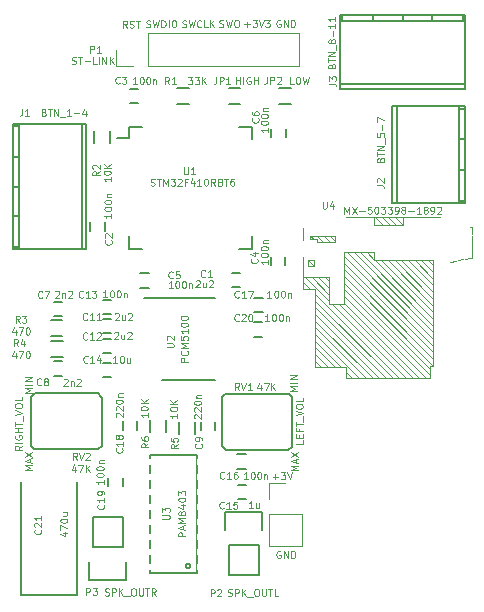
<source format=gto>
G04 #@! TF.GenerationSoftware,KiCad,Pcbnew,no-vcs-found-7448~57~ubuntu16.04.1*
G04 #@! TF.CreationDate,2017-01-12T10:35:14+02:00*
G04 #@! TF.ProjectId,sd_wav_pcm5100,73645F7761765F70636D353130302E6B,rev?*
G04 #@! TF.FileFunction,Legend,Top*
G04 #@! TF.FilePolarity,Positive*
%FSLAX46Y46*%
G04 Gerber Fmt 4.6, Leading zero omitted, Abs format (unit mm)*
G04 Created by KiCad (PCBNEW no-vcs-found-7448~57~ubuntu16.04.1) date Thu Jan 12 10:35:14 2017*
%MOMM*%
%LPD*%
G01*
G04 APERTURE LIST*
%ADD10C,0.100000*%
%ADD11C,0.125000*%
%ADD12C,0.150000*%
%ADD13C,0.120000*%
%ADD14R,1.700000X1.800000*%
%ADD15R,1.400000X1.400000*%
%ADD16C,2.000000*%
%ADD17R,1.700000X1.700000*%
%ADD18O,1.700000X1.700000*%
%ADD19R,1.200000X0.900000*%
%ADD20R,1.200000X0.750000*%
%ADD21R,0.750000X1.200000*%
%ADD22R,2.700000X3.750000*%
%ADD23O,1.998980X1.998980*%
%ADD24R,1.998980X1.998980*%
%ADD25R,2.032000X2.032000*%
%ADD26O,2.032000X2.032000*%
%ADD27R,0.250000X1.000000*%
%ADD28R,1.000000X0.250000*%
%ADD29R,1.450000X0.450000*%
%ADD30R,1.500000X0.500000*%
%ADD31R,1.400000X0.800000*%
%ADD32R,2.800000X1.000000*%
%ADD33R,3.400000X1.000000*%
%ADD34R,2.000000X1.200000*%
%ADD35R,1.200000X1.000000*%
%ADD36R,1.000000X1.000000*%
%ADD37R,0.900000X1.200000*%
G04 APERTURE END LIST*
D10*
D11*
X81658571Y-107862857D02*
X82115714Y-107862857D01*
X81887142Y-108091428D02*
X81887142Y-107634285D01*
X82344285Y-107491428D02*
X82715714Y-107491428D01*
X82515714Y-107720000D01*
X82601428Y-107720000D01*
X82658571Y-107748571D01*
X82687142Y-107777142D01*
X82715714Y-107834285D01*
X82715714Y-107977142D01*
X82687142Y-108034285D01*
X82658571Y-108062857D01*
X82601428Y-108091428D01*
X82430000Y-108091428D01*
X82372857Y-108062857D01*
X82344285Y-108034285D01*
X82887142Y-107491428D02*
X83087142Y-108091428D01*
X83287142Y-107491428D01*
X82312857Y-114170000D02*
X82255714Y-114141428D01*
X82170000Y-114141428D01*
X82084285Y-114170000D01*
X82027142Y-114227142D01*
X81998571Y-114284285D01*
X81970000Y-114398571D01*
X81970000Y-114484285D01*
X81998571Y-114598571D01*
X82027142Y-114655714D01*
X82084285Y-114712857D01*
X82170000Y-114741428D01*
X82227142Y-114741428D01*
X82312857Y-114712857D01*
X82341428Y-114684285D01*
X82341428Y-114484285D01*
X82227142Y-114484285D01*
X82598571Y-114741428D02*
X82598571Y-114141428D01*
X82941428Y-114741428D01*
X82941428Y-114141428D01*
X83227142Y-114741428D02*
X83227142Y-114141428D01*
X83370000Y-114141428D01*
X83455714Y-114170000D01*
X83512857Y-114227142D01*
X83541428Y-114284285D01*
X83570000Y-114398571D01*
X83570000Y-114484285D01*
X83541428Y-114598571D01*
X83512857Y-114655714D01*
X83455714Y-114712857D01*
X83370000Y-114741428D01*
X83227142Y-114741428D01*
X61291428Y-100747142D02*
X60691428Y-100747142D01*
X61120000Y-100547142D01*
X60691428Y-100347142D01*
X61291428Y-100347142D01*
X61291428Y-100061428D02*
X60691428Y-100061428D01*
X61291428Y-99775714D02*
X60691428Y-99775714D01*
X61291428Y-99432857D01*
X60691428Y-99432857D01*
X61291428Y-107302857D02*
X60691428Y-107302857D01*
X61120000Y-107102857D01*
X60691428Y-106902857D01*
X61291428Y-106902857D01*
X61120000Y-106645714D02*
X61120000Y-106360000D01*
X61291428Y-106702857D02*
X60691428Y-106502857D01*
X61291428Y-106302857D01*
X60691428Y-106160000D02*
X61291428Y-105760000D01*
X60691428Y-105760000D02*
X61291428Y-106160000D01*
X83781428Y-107322857D02*
X83181428Y-107322857D01*
X83610000Y-107122857D01*
X83181428Y-106922857D01*
X83781428Y-106922857D01*
X83610000Y-106665714D02*
X83610000Y-106380000D01*
X83781428Y-106722857D02*
X83181428Y-106522857D01*
X83781428Y-106322857D01*
X83181428Y-106180000D02*
X83781428Y-105780000D01*
X83181428Y-105780000D02*
X83781428Y-106180000D01*
X83711428Y-100597142D02*
X83111428Y-100597142D01*
X83540000Y-100397142D01*
X83111428Y-100197142D01*
X83711428Y-100197142D01*
X83711428Y-99911428D02*
X83111428Y-99911428D01*
X83711428Y-99625714D02*
X83111428Y-99625714D01*
X83711428Y-99282857D01*
X83111428Y-99282857D01*
X60431428Y-105232857D02*
X60145714Y-105432857D01*
X60431428Y-105575714D02*
X59831428Y-105575714D01*
X59831428Y-105347142D01*
X59860000Y-105290000D01*
X59888571Y-105261428D01*
X59945714Y-105232857D01*
X60031428Y-105232857D01*
X60088571Y-105261428D01*
X60117142Y-105290000D01*
X60145714Y-105347142D01*
X60145714Y-105575714D01*
X60431428Y-104975714D02*
X59831428Y-104975714D01*
X59860000Y-104375714D02*
X59831428Y-104432857D01*
X59831428Y-104518571D01*
X59860000Y-104604285D01*
X59917142Y-104661428D01*
X59974285Y-104690000D01*
X60088571Y-104718571D01*
X60174285Y-104718571D01*
X60288571Y-104690000D01*
X60345714Y-104661428D01*
X60402857Y-104604285D01*
X60431428Y-104518571D01*
X60431428Y-104461428D01*
X60402857Y-104375714D01*
X60374285Y-104347142D01*
X60174285Y-104347142D01*
X60174285Y-104461428D01*
X60431428Y-104090000D02*
X59831428Y-104090000D01*
X60117142Y-104090000D02*
X60117142Y-103747142D01*
X60431428Y-103747142D02*
X59831428Y-103747142D01*
X59831428Y-103547142D02*
X59831428Y-103204285D01*
X60431428Y-103375714D02*
X59831428Y-103375714D01*
X60488571Y-103147142D02*
X60488571Y-102690000D01*
X59831428Y-102632857D02*
X60431428Y-102432857D01*
X59831428Y-102232857D01*
X59831428Y-101918571D02*
X59831428Y-101804285D01*
X59860000Y-101747142D01*
X59917142Y-101690000D01*
X60031428Y-101661428D01*
X60231428Y-101661428D01*
X60345714Y-101690000D01*
X60402857Y-101747142D01*
X60431428Y-101804285D01*
X60431428Y-101918571D01*
X60402857Y-101975714D01*
X60345714Y-102032857D01*
X60231428Y-102061428D01*
X60031428Y-102061428D01*
X59917142Y-102032857D01*
X59860000Y-101975714D01*
X59831428Y-101918571D01*
X60431428Y-101118571D02*
X60431428Y-101404285D01*
X59831428Y-101404285D01*
X84191428Y-104764285D02*
X84191428Y-105050000D01*
X83591428Y-105050000D01*
X83877142Y-104564285D02*
X83877142Y-104364285D01*
X84191428Y-104278571D02*
X84191428Y-104564285D01*
X83591428Y-104564285D01*
X83591428Y-104278571D01*
X83877142Y-103821428D02*
X83877142Y-104021428D01*
X84191428Y-104021428D02*
X83591428Y-104021428D01*
X83591428Y-103735714D01*
X83591428Y-103592857D02*
X83591428Y-103250000D01*
X84191428Y-103421428D02*
X83591428Y-103421428D01*
X84248571Y-103192857D02*
X84248571Y-102735714D01*
X83591428Y-102678571D02*
X84191428Y-102478571D01*
X83591428Y-102278571D01*
X83591428Y-101964285D02*
X83591428Y-101850000D01*
X83620000Y-101792857D01*
X83677142Y-101735714D01*
X83791428Y-101707142D01*
X83991428Y-101707142D01*
X84105714Y-101735714D01*
X84162857Y-101792857D01*
X84191428Y-101850000D01*
X84191428Y-101964285D01*
X84162857Y-102021428D01*
X84105714Y-102078571D01*
X83991428Y-102107142D01*
X83791428Y-102107142D01*
X83677142Y-102078571D01*
X83620000Y-102021428D01*
X83591428Y-101964285D01*
X84191428Y-101164285D02*
X84191428Y-101450000D01*
X83591428Y-101450000D01*
X82292857Y-69225000D02*
X82235714Y-69196428D01*
X82150000Y-69196428D01*
X82064285Y-69225000D01*
X82007142Y-69282142D01*
X81978571Y-69339285D01*
X81950000Y-69453571D01*
X81950000Y-69539285D01*
X81978571Y-69653571D01*
X82007142Y-69710714D01*
X82064285Y-69767857D01*
X82150000Y-69796428D01*
X82207142Y-69796428D01*
X82292857Y-69767857D01*
X82321428Y-69739285D01*
X82321428Y-69539285D01*
X82207142Y-69539285D01*
X82578571Y-69796428D02*
X82578571Y-69196428D01*
X82921428Y-69796428D01*
X82921428Y-69196428D01*
X83207142Y-69796428D02*
X83207142Y-69196428D01*
X83350000Y-69196428D01*
X83435714Y-69225000D01*
X83492857Y-69282142D01*
X83521428Y-69339285D01*
X83550000Y-69453571D01*
X83550000Y-69539285D01*
X83521428Y-69653571D01*
X83492857Y-69710714D01*
X83435714Y-69767857D01*
X83350000Y-69796428D01*
X83207142Y-69796428D01*
X79267857Y-69567857D02*
X79725000Y-69567857D01*
X79496428Y-69796428D02*
X79496428Y-69339285D01*
X79953571Y-69196428D02*
X80325000Y-69196428D01*
X80125000Y-69425000D01*
X80210714Y-69425000D01*
X80267857Y-69453571D01*
X80296428Y-69482142D01*
X80325000Y-69539285D01*
X80325000Y-69682142D01*
X80296428Y-69739285D01*
X80267857Y-69767857D01*
X80210714Y-69796428D01*
X80039285Y-69796428D01*
X79982142Y-69767857D01*
X79953571Y-69739285D01*
X80496428Y-69196428D02*
X80696428Y-69796428D01*
X80896428Y-69196428D01*
X81039285Y-69196428D02*
X81410714Y-69196428D01*
X81210714Y-69425000D01*
X81296428Y-69425000D01*
X81353571Y-69453571D01*
X81382142Y-69482142D01*
X81410714Y-69539285D01*
X81410714Y-69682142D01*
X81382142Y-69739285D01*
X81353571Y-69767857D01*
X81296428Y-69796428D01*
X81125000Y-69796428D01*
X81067857Y-69767857D01*
X81039285Y-69739285D01*
X77146428Y-69767857D02*
X77232142Y-69796428D01*
X77375000Y-69796428D01*
X77432142Y-69767857D01*
X77460714Y-69739285D01*
X77489285Y-69682142D01*
X77489285Y-69625000D01*
X77460714Y-69567857D01*
X77432142Y-69539285D01*
X77375000Y-69510714D01*
X77260714Y-69482142D01*
X77203571Y-69453571D01*
X77175000Y-69425000D01*
X77146428Y-69367857D01*
X77146428Y-69310714D01*
X77175000Y-69253571D01*
X77203571Y-69225000D01*
X77260714Y-69196428D01*
X77403571Y-69196428D01*
X77489285Y-69225000D01*
X77689285Y-69196428D02*
X77832142Y-69796428D01*
X77946428Y-69367857D01*
X78060714Y-69796428D01*
X78203571Y-69196428D01*
X78546428Y-69196428D02*
X78660714Y-69196428D01*
X78717857Y-69225000D01*
X78775000Y-69282142D01*
X78803571Y-69396428D01*
X78803571Y-69596428D01*
X78775000Y-69710714D01*
X78717857Y-69767857D01*
X78660714Y-69796428D01*
X78546428Y-69796428D01*
X78489285Y-69767857D01*
X78432142Y-69710714D01*
X78403571Y-69596428D01*
X78403571Y-69396428D01*
X78432142Y-69282142D01*
X78489285Y-69225000D01*
X78546428Y-69196428D01*
X73992857Y-69792857D02*
X74078571Y-69821428D01*
X74221428Y-69821428D01*
X74278571Y-69792857D01*
X74307142Y-69764285D01*
X74335714Y-69707142D01*
X74335714Y-69650000D01*
X74307142Y-69592857D01*
X74278571Y-69564285D01*
X74221428Y-69535714D01*
X74107142Y-69507142D01*
X74050000Y-69478571D01*
X74021428Y-69450000D01*
X73992857Y-69392857D01*
X73992857Y-69335714D01*
X74021428Y-69278571D01*
X74050000Y-69250000D01*
X74107142Y-69221428D01*
X74250000Y-69221428D01*
X74335714Y-69250000D01*
X74535714Y-69221428D02*
X74678571Y-69821428D01*
X74792857Y-69392857D01*
X74907142Y-69821428D01*
X75050000Y-69221428D01*
X75621428Y-69764285D02*
X75592857Y-69792857D01*
X75507142Y-69821428D01*
X75450000Y-69821428D01*
X75364285Y-69792857D01*
X75307142Y-69735714D01*
X75278571Y-69678571D01*
X75250000Y-69564285D01*
X75250000Y-69478571D01*
X75278571Y-69364285D01*
X75307142Y-69307142D01*
X75364285Y-69250000D01*
X75450000Y-69221428D01*
X75507142Y-69221428D01*
X75592857Y-69250000D01*
X75621428Y-69278571D01*
X76164285Y-69821428D02*
X75878571Y-69821428D01*
X75878571Y-69221428D01*
X76364285Y-69821428D02*
X76364285Y-69221428D01*
X76707142Y-69821428D02*
X76450000Y-69478571D01*
X76707142Y-69221428D02*
X76364285Y-69564285D01*
X70953571Y-69792857D02*
X71039285Y-69821428D01*
X71182142Y-69821428D01*
X71239285Y-69792857D01*
X71267857Y-69764285D01*
X71296428Y-69707142D01*
X71296428Y-69650000D01*
X71267857Y-69592857D01*
X71239285Y-69564285D01*
X71182142Y-69535714D01*
X71067857Y-69507142D01*
X71010714Y-69478571D01*
X70982142Y-69450000D01*
X70953571Y-69392857D01*
X70953571Y-69335714D01*
X70982142Y-69278571D01*
X71010714Y-69250000D01*
X71067857Y-69221428D01*
X71210714Y-69221428D01*
X71296428Y-69250000D01*
X71496428Y-69221428D02*
X71639285Y-69821428D01*
X71753571Y-69392857D01*
X71867857Y-69821428D01*
X72010714Y-69221428D01*
X72239285Y-69821428D02*
X72239285Y-69221428D01*
X72382142Y-69221428D01*
X72467857Y-69250000D01*
X72525000Y-69307142D01*
X72553571Y-69364285D01*
X72582142Y-69478571D01*
X72582142Y-69564285D01*
X72553571Y-69678571D01*
X72525000Y-69735714D01*
X72467857Y-69792857D01*
X72382142Y-69821428D01*
X72239285Y-69821428D01*
X72839285Y-69821428D02*
X72839285Y-69221428D01*
X73239285Y-69221428D02*
X73353571Y-69221428D01*
X73410714Y-69250000D01*
X73467857Y-69307142D01*
X73496428Y-69421428D01*
X73496428Y-69621428D01*
X73467857Y-69735714D01*
X73410714Y-69792857D01*
X73353571Y-69821428D01*
X73239285Y-69821428D01*
X73182142Y-69792857D01*
X73125000Y-69735714D01*
X73096428Y-69621428D01*
X73096428Y-69421428D01*
X73125000Y-69307142D01*
X73182142Y-69250000D01*
X73239285Y-69221428D01*
X69321428Y-69846428D02*
X69121428Y-69560714D01*
X68978571Y-69846428D02*
X68978571Y-69246428D01*
X69207142Y-69246428D01*
X69264285Y-69275000D01*
X69292857Y-69303571D01*
X69321428Y-69360714D01*
X69321428Y-69446428D01*
X69292857Y-69503571D01*
X69264285Y-69532142D01*
X69207142Y-69560714D01*
X68978571Y-69560714D01*
X69550000Y-69817857D02*
X69635714Y-69846428D01*
X69778571Y-69846428D01*
X69835714Y-69817857D01*
X69864285Y-69789285D01*
X69892857Y-69732142D01*
X69892857Y-69675000D01*
X69864285Y-69617857D01*
X69835714Y-69589285D01*
X69778571Y-69560714D01*
X69664285Y-69532142D01*
X69607142Y-69503571D01*
X69578571Y-69475000D01*
X69550000Y-69417857D01*
X69550000Y-69360714D01*
X69578571Y-69303571D01*
X69607142Y-69275000D01*
X69664285Y-69246428D01*
X69807142Y-69246428D01*
X69892857Y-69275000D01*
X70064285Y-69246428D02*
X70407142Y-69246428D01*
X70235714Y-69846428D02*
X70235714Y-69246428D01*
D12*
X77661240Y-105609500D02*
X77336120Y-105284380D01*
X82990160Y-105609500D02*
X77661240Y-105609500D01*
X83294960Y-105304700D02*
X82990160Y-105609500D01*
X83294960Y-101136560D02*
X83294960Y-105304700D01*
X83030800Y-100872400D02*
X83294960Y-101136560D01*
X77595200Y-100872400D02*
X83030800Y-100872400D01*
X77325960Y-101141640D02*
X77595200Y-100872400D01*
X77325960Y-105276767D02*
X77325960Y-101141640D01*
D13*
X71090000Y-73090000D02*
X83910000Y-73090000D01*
X83910000Y-73090000D02*
X83910000Y-70310000D01*
X83910000Y-70310000D02*
X71090000Y-70310000D01*
X71090000Y-70310000D02*
X71090000Y-73090000D01*
X69820000Y-73090000D02*
X68430000Y-73090000D01*
X68430000Y-73090000D02*
X68430000Y-71700000D01*
D12*
X74550000Y-76300000D02*
X73550000Y-76300000D01*
X73550000Y-74950000D02*
X74550000Y-74950000D01*
X66828760Y-100807720D02*
X67153880Y-101132840D01*
X61499840Y-100807720D02*
X66828760Y-100807720D01*
X61195040Y-101112520D02*
X61499840Y-100807720D01*
X61195040Y-105280660D02*
X61195040Y-101112520D01*
X61459200Y-105544820D02*
X61195040Y-105280660D01*
X66894800Y-105544820D02*
X61459200Y-105544820D01*
X67164040Y-105275580D02*
X66894800Y-105544820D01*
X67164040Y-101140453D02*
X67164040Y-105275580D01*
X78925000Y-91825000D02*
X78225000Y-91825000D01*
X78225000Y-90625000D02*
X78925000Y-90625000D01*
X66225000Y-87025000D02*
X66225000Y-86325000D01*
X67425000Y-86325000D02*
X67425000Y-87025000D01*
X70275000Y-76200000D02*
X69575000Y-76200000D01*
X69575000Y-75000000D02*
X70275000Y-75000000D01*
X81500000Y-89975000D02*
X81500000Y-89275000D01*
X82700000Y-89275000D02*
X82700000Y-89975000D01*
X71150000Y-91850000D02*
X70450000Y-91850000D01*
X70450000Y-90650000D02*
X71150000Y-90650000D01*
X82750000Y-78400000D02*
X82750000Y-79100000D01*
X81550000Y-79100000D02*
X81550000Y-78400000D01*
X63125000Y-93050000D02*
X63825000Y-93050000D01*
X63825000Y-94250000D02*
X63125000Y-94250000D01*
X63150000Y-98100000D02*
X63850000Y-98100000D01*
X63850000Y-99300000D02*
X63150000Y-99300000D01*
X76775000Y-103200000D02*
X76775000Y-103900000D01*
X75575000Y-103900000D02*
X75575000Y-103200000D01*
X67975000Y-95725000D02*
X67275000Y-95725000D01*
X67275000Y-94525000D02*
X67975000Y-94525000D01*
X67250000Y-98225000D02*
X67950000Y-98225000D01*
X67950000Y-99425000D02*
X67250000Y-99425000D01*
X67950000Y-94125000D02*
X67250000Y-94125000D01*
X67250000Y-92925000D02*
X67950000Y-92925000D01*
X67275000Y-96175000D02*
X67975000Y-96175000D01*
X67975000Y-97375000D02*
X67275000Y-97375000D01*
X79425000Y-109725000D02*
X78725000Y-109725000D01*
X78725000Y-108525000D02*
X79425000Y-108525000D01*
X78675000Y-105975000D02*
X79375000Y-105975000D01*
X79375000Y-107175000D02*
X78675000Y-107175000D01*
X80800000Y-93925000D02*
X80100000Y-93925000D01*
X80100000Y-92725000D02*
X80800000Y-92725000D01*
X70200000Y-103175000D02*
X70200000Y-103875000D01*
X69000000Y-103875000D02*
X69000000Y-103175000D01*
X68950000Y-107975000D02*
X68950000Y-108675000D01*
X67750000Y-108675000D02*
X67750000Y-107975000D01*
X80075000Y-94800000D02*
X80775000Y-94800000D01*
X80775000Y-96000000D02*
X80075000Y-96000000D01*
X60325000Y-117900000D02*
X65125000Y-117900000D01*
X65125000Y-117900000D02*
X65125000Y-108300000D01*
X60325000Y-117900000D02*
X60325000Y-108300000D01*
X65873800Y-77999100D02*
X59676200Y-77999100D01*
X59676200Y-88593440D02*
X65873800Y-88593440D01*
X59676200Y-80798180D02*
X60174040Y-80798180D01*
X60174040Y-88395320D02*
X59676200Y-88395320D01*
X59676200Y-78197220D02*
X60174040Y-78197220D01*
X60174040Y-83295000D02*
X59676200Y-83295000D01*
X60174040Y-85791820D02*
X59676200Y-85791820D01*
X59676200Y-88595980D02*
X59676200Y-77994020D01*
X60174040Y-77994020D02*
X60174040Y-88595980D01*
X65475020Y-77994020D02*
X65475020Y-88595980D01*
X65873800Y-88595980D02*
X65873800Y-77994020D01*
X91751200Y-84697020D02*
X97948800Y-84697020D01*
X97948800Y-76500440D02*
X91751200Y-76500440D01*
X97948800Y-81897940D02*
X97450960Y-81897940D01*
X97450960Y-76698560D02*
X97948800Y-76698560D01*
X97948800Y-84498900D02*
X97450960Y-84498900D01*
X97450960Y-79299520D02*
X97948800Y-79299520D01*
X97948800Y-84699560D02*
X97948800Y-76500440D01*
X97450960Y-76500440D02*
X97450960Y-84699560D01*
X92149980Y-76500440D02*
X92149980Y-84699560D01*
X91751200Y-76500440D02*
X91751200Y-84699560D01*
X87354020Y-74998800D02*
X97955980Y-74998800D01*
X97955980Y-74600020D02*
X87354020Y-74600020D01*
X97955980Y-69299040D02*
X87354020Y-69299040D01*
X87354020Y-68801200D02*
X97955980Y-68801200D01*
X90158180Y-69299040D02*
X90158180Y-68801200D01*
X92655000Y-69299040D02*
X92655000Y-68801200D01*
X97752780Y-68801200D02*
X97752780Y-69299040D01*
X87554680Y-69299040D02*
X87554680Y-68801200D01*
X95151820Y-68801200D02*
X95151820Y-69299040D01*
X87356560Y-68801200D02*
X87356560Y-74998800D01*
X97950900Y-74998800D02*
X97950900Y-68801200D01*
X77925000Y-74925000D02*
X78925000Y-74925000D01*
X78925000Y-76275000D02*
X77925000Y-76275000D01*
X83200000Y-76300000D02*
X82200000Y-76300000D01*
X82200000Y-74950000D02*
X83200000Y-74950000D01*
X80470000Y-113680000D02*
X80470000Y-116220000D01*
X80750000Y-110860000D02*
X80750000Y-112410000D01*
X80470000Y-113680000D02*
X77930000Y-113680000D01*
X77650000Y-112410000D02*
X77650000Y-110860000D01*
X77650000Y-110860000D02*
X80750000Y-110860000D01*
X77930000Y-113680000D02*
X77930000Y-116220000D01*
X77930000Y-116220000D02*
X80470000Y-116220000D01*
X68945000Y-111230000D02*
X66405000Y-111230000D01*
X68945000Y-113770000D02*
X68945000Y-111230000D01*
X69225000Y-116590000D02*
X66125000Y-116590000D01*
X69225000Y-115040000D02*
X69225000Y-116590000D01*
X66405000Y-113770000D02*
X68945000Y-113770000D01*
X66125000Y-116590000D02*
X66125000Y-115040000D01*
X66405000Y-113770000D02*
X66405000Y-111230000D01*
X69525000Y-79225000D02*
X68500000Y-79225000D01*
X79875000Y-78225000D02*
X78800000Y-78225000D01*
X79875000Y-88575000D02*
X78800000Y-88575000D01*
X69525000Y-88575000D02*
X70600000Y-88575000D01*
X69525000Y-78225000D02*
X70600000Y-78225000D01*
X69525000Y-88575000D02*
X69525000Y-87500000D01*
X79875000Y-88575000D02*
X79875000Y-87500000D01*
X79875000Y-78225000D02*
X79875000Y-79300000D01*
X69525000Y-78225000D02*
X69525000Y-79225000D01*
X70770000Y-92755000D02*
X76745000Y-92755000D01*
X72295000Y-99655000D02*
X76745000Y-99655000D01*
X74684002Y-115425328D02*
G75*
G03X74684002Y-115425328I-200000J0D01*
G01*
X71284002Y-116025328D02*
X71284002Y-106025328D01*
X71284002Y-106025328D02*
X75284002Y-106025328D01*
X75284002Y-106025328D02*
X75284002Y-116025328D01*
X75284002Y-116025328D02*
X71284002Y-116025328D01*
D10*
X90262684Y-85867852D02*
X90262684Y-86564657D01*
X90262684Y-86564657D02*
X92661675Y-86564657D01*
X92661675Y-86564657D02*
X92661675Y-85867852D01*
X85133761Y-90026317D02*
X84615205Y-89504353D01*
X86963299Y-87461856D02*
X84815600Y-87461856D01*
X86963299Y-87461856D02*
X86963299Y-88012144D01*
X84815600Y-87760065D02*
X84815600Y-87461856D01*
X90873452Y-85867852D02*
X91573451Y-86564657D01*
X86514592Y-88012144D02*
X85960897Y-87461856D01*
X89543519Y-99523469D02*
X85229202Y-95209152D01*
X90262684Y-88934898D02*
X90205397Y-88877612D01*
X90854286Y-89526713D02*
X95261061Y-93930082D01*
X95261061Y-98454411D02*
X87663084Y-90856647D01*
X90106797Y-99523469D02*
X85230184Y-94646856D01*
X92002991Y-85867852D02*
X92661675Y-86523129D01*
X92553491Y-89526713D02*
X95261061Y-92237478D01*
X90303998Y-85867852D02*
X91003996Y-86564657D01*
X86412798Y-91305353D02*
X86075469Y-90968025D01*
X97924123Y-89440891D02*
X98382199Y-89364438D01*
X98560446Y-89357525D02*
X98560446Y-87513275D01*
X90262684Y-88877612D02*
X90262684Y-89526713D01*
X90262684Y-89526713D02*
X95261061Y-89526713D01*
X94962366Y-99288662D02*
X87663084Y-91989380D01*
X93116557Y-89526713D02*
X95261061Y-91668024D01*
X85769480Y-98581156D02*
X85231486Y-98043162D01*
X91236123Y-99523469D02*
X85229666Y-93517012D01*
X96683206Y-89654063D02*
X97138088Y-89577611D01*
X97303558Y-89549074D02*
X97758653Y-89469427D01*
X86412798Y-91871613D02*
X85506015Y-90968025D01*
X86412798Y-93265222D02*
X86412798Y-90968025D01*
X86412798Y-93265222D02*
X87663084Y-93265222D01*
X87663084Y-93265222D02*
X87663084Y-88877612D01*
X90262684Y-89501371D02*
X89638925Y-88877612D01*
X95261061Y-95062815D02*
X89072665Y-88877612D01*
X91436731Y-85867852D02*
X92136516Y-86564657D01*
X85945138Y-88012144D02*
X85397832Y-87461856D01*
X94815550Y-89526713D02*
X95261061Y-89975420D01*
X94967060Y-98455436D02*
X94967060Y-99525143D01*
X85121053Y-87751337D02*
X84831572Y-87461856D01*
X87663084Y-92555640D02*
X94631127Y-99523469D01*
X95261061Y-95629075D02*
X88509599Y-88877612D01*
X98511227Y-86756560D02*
X98340162Y-86756560D01*
X90291220Y-89526713D02*
X95261061Y-94499749D01*
X95261061Y-96761807D02*
X87663084Y-89164043D01*
X85232585Y-92950264D02*
X91805790Y-99523469D01*
X95261061Y-97891346D02*
X87663084Y-90293581D01*
X84233368Y-89266063D02*
X84233368Y-92006740D01*
X84233368Y-90968025D02*
X86412798Y-90968025D01*
X95261061Y-98453281D02*
X95261061Y-89526713D01*
X85223620Y-92009280D02*
X85223620Y-98590420D01*
X85165492Y-90026317D02*
X85165492Y-89475816D01*
X85165492Y-90026317D02*
X84615205Y-90026317D01*
X84615205Y-90026317D02*
X84615205Y-89475816D01*
X86900771Y-98582909D02*
X85236575Y-96918713D01*
X86412798Y-92434679D02*
X84942737Y-90968025D01*
X94246095Y-89526713D02*
X95261061Y-90538485D01*
X91983824Y-89526713D02*
X95261061Y-92800756D01*
X90673057Y-99523469D02*
X85230013Y-94080425D01*
X86412798Y-93004346D02*
X84376477Y-90968025D01*
X95261061Y-96192353D02*
X87943126Y-88877612D01*
X86676868Y-93265222D02*
X92935115Y-99523469D01*
X86963299Y-87897785D02*
X86527370Y-87461856D01*
X86329237Y-98574653D02*
X85229308Y-97474724D01*
X91420759Y-89526713D02*
X95261061Y-93367016D01*
X86412798Y-91022117D02*
X86355511Y-90968025D01*
X87860120Y-85867852D02*
X95838338Y-85867852D01*
X88974064Y-99523469D02*
X85231406Y-95780811D01*
X94962008Y-98725025D02*
X87663084Y-91426101D01*
X87243128Y-93265222D02*
X93498394Y-99523469D01*
X98401108Y-89364438D02*
X98560446Y-89364438D01*
X95213358Y-89526713D02*
X91843910Y-89526713D01*
X85436980Y-88012144D02*
X86963299Y-88012144D01*
X84235547Y-92009280D02*
X85221080Y-92009280D01*
X84615205Y-89475816D02*
X85165492Y-89475816D01*
X87663084Y-88877612D02*
X90262684Y-88877612D01*
X87663084Y-93118918D02*
X94067848Y-99523469D01*
X92368855Y-99523469D02*
X85228256Y-92382870D01*
X94962004Y-99523469D02*
X87844892Y-99523469D01*
X85223601Y-98592960D02*
X87844919Y-98592960D01*
X87844900Y-98595479D02*
X87844900Y-99525140D01*
X98512743Y-86895383D02*
X98560446Y-86946493D01*
X98512743Y-86758663D02*
X98512743Y-86895383D01*
X95261061Y-97325086D02*
X87663084Y-89727109D01*
X98560446Y-86946493D02*
X98560446Y-87340895D01*
X93682817Y-89526713D02*
X95261061Y-91104745D01*
X85165492Y-89488594D02*
X85149733Y-89475816D01*
X87469659Y-98582343D02*
X85230531Y-96343215D01*
X88388592Y-99499872D02*
X87848673Y-98959953D01*
X95260555Y-98453260D02*
X94966885Y-98453260D01*
X84842625Y-92004205D02*
X84247046Y-91408626D01*
X84817220Y-87759860D02*
X85436980Y-87759860D01*
X85436980Y-88011320D02*
X85436980Y-87759860D01*
X84225400Y-86789470D02*
X84225400Y-87792883D01*
D12*
X66500000Y-79600000D02*
X66500000Y-78600000D01*
X67850000Y-78600000D02*
X67850000Y-79600000D01*
X62850000Y-94625000D02*
X63850000Y-94625000D01*
X63850000Y-95975000D02*
X62850000Y-95975000D01*
X63875000Y-97700000D02*
X62875000Y-97700000D01*
X62875000Y-96350000D02*
X63875000Y-96350000D01*
X73700000Y-104225000D02*
X73700000Y-103225000D01*
X75050000Y-103225000D02*
X75050000Y-104225000D01*
X71275000Y-104075000D02*
X71275000Y-103075000D01*
X72625000Y-103075000D02*
X72625000Y-104075000D01*
D13*
X81330000Y-108390000D02*
X82720000Y-108390000D01*
X81330000Y-109780000D02*
X81330000Y-108390000D01*
X84110000Y-111050000D02*
X81330000Y-111050000D01*
X84110000Y-113710000D02*
X84110000Y-111050000D01*
X81330000Y-113710000D02*
X84110000Y-113710000D01*
X81330000Y-111050000D02*
X81330000Y-113710000D01*
D11*
X78807857Y-100511428D02*
X78607857Y-100225714D01*
X78465000Y-100511428D02*
X78465000Y-99911428D01*
X78693571Y-99911428D01*
X78750714Y-99940000D01*
X78779285Y-99968571D01*
X78807857Y-100025714D01*
X78807857Y-100111428D01*
X78779285Y-100168571D01*
X78750714Y-100197142D01*
X78693571Y-100225714D01*
X78465000Y-100225714D01*
X78979285Y-99911428D02*
X79179285Y-100511428D01*
X79379285Y-99911428D01*
X79893571Y-100511428D02*
X79550714Y-100511428D01*
X79722142Y-100511428D02*
X79722142Y-99911428D01*
X79665000Y-99997142D01*
X79607857Y-100054285D01*
X79550714Y-100082857D01*
X80653571Y-100121428D02*
X80653571Y-100521428D01*
X80510714Y-99892857D02*
X80367857Y-100321428D01*
X80739285Y-100321428D01*
X80910714Y-99921428D02*
X81310714Y-99921428D01*
X81053571Y-100521428D01*
X81539285Y-100521428D02*
X81539285Y-99921428D01*
X81882142Y-100521428D02*
X81625000Y-100178571D01*
X81882142Y-99921428D02*
X81539285Y-100264285D01*
X66197142Y-71961428D02*
X66197142Y-71361428D01*
X66425714Y-71361428D01*
X66482857Y-71390000D01*
X66511428Y-71418571D01*
X66540000Y-71475714D01*
X66540000Y-71561428D01*
X66511428Y-71618571D01*
X66482857Y-71647142D01*
X66425714Y-71675714D01*
X66197142Y-71675714D01*
X67111428Y-71961428D02*
X66768571Y-71961428D01*
X66940000Y-71961428D02*
X66940000Y-71361428D01*
X66882857Y-71447142D01*
X66825714Y-71504285D01*
X66768571Y-71532857D01*
X64668571Y-72902857D02*
X64754285Y-72931428D01*
X64897142Y-72931428D01*
X64954285Y-72902857D01*
X64982857Y-72874285D01*
X65011428Y-72817142D01*
X65011428Y-72760000D01*
X64982857Y-72702857D01*
X64954285Y-72674285D01*
X64897142Y-72645714D01*
X64782857Y-72617142D01*
X64725714Y-72588571D01*
X64697142Y-72560000D01*
X64668571Y-72502857D01*
X64668571Y-72445714D01*
X64697142Y-72388571D01*
X64725714Y-72360000D01*
X64782857Y-72331428D01*
X64925714Y-72331428D01*
X65011428Y-72360000D01*
X65182857Y-72331428D02*
X65525714Y-72331428D01*
X65354285Y-72931428D02*
X65354285Y-72331428D01*
X65725714Y-72702857D02*
X66182857Y-72702857D01*
X66754285Y-72931428D02*
X66468571Y-72931428D01*
X66468571Y-72331428D01*
X66954285Y-72931428D02*
X66954285Y-72331428D01*
X67240000Y-72931428D02*
X67240000Y-72331428D01*
X67582857Y-72931428D01*
X67582857Y-72331428D01*
X67868571Y-72931428D02*
X67868571Y-72331428D01*
X68211428Y-72931428D02*
X67954285Y-72588571D01*
X68211428Y-72331428D02*
X67868571Y-72674285D01*
X72875000Y-74621428D02*
X72675000Y-74335714D01*
X72532142Y-74621428D02*
X72532142Y-74021428D01*
X72760714Y-74021428D01*
X72817857Y-74050000D01*
X72846428Y-74078571D01*
X72875000Y-74135714D01*
X72875000Y-74221428D01*
X72846428Y-74278571D01*
X72817857Y-74307142D01*
X72760714Y-74335714D01*
X72532142Y-74335714D01*
X73446428Y-74621428D02*
X73103571Y-74621428D01*
X73275000Y-74621428D02*
X73275000Y-74021428D01*
X73217857Y-74107142D01*
X73160714Y-74164285D01*
X73103571Y-74192857D01*
X74489285Y-74046428D02*
X74860714Y-74046428D01*
X74660714Y-74275000D01*
X74746428Y-74275000D01*
X74803571Y-74303571D01*
X74832142Y-74332142D01*
X74860714Y-74389285D01*
X74860714Y-74532142D01*
X74832142Y-74589285D01*
X74803571Y-74617857D01*
X74746428Y-74646428D01*
X74575000Y-74646428D01*
X74517857Y-74617857D01*
X74489285Y-74589285D01*
X75060714Y-74046428D02*
X75432142Y-74046428D01*
X75232142Y-74275000D01*
X75317857Y-74275000D01*
X75375000Y-74303571D01*
X75403571Y-74332142D01*
X75432142Y-74389285D01*
X75432142Y-74532142D01*
X75403571Y-74589285D01*
X75375000Y-74617857D01*
X75317857Y-74646428D01*
X75146428Y-74646428D01*
X75089285Y-74617857D01*
X75060714Y-74589285D01*
X75689285Y-74646428D02*
X75689285Y-74046428D01*
X76032142Y-74646428D02*
X75775000Y-74303571D01*
X76032142Y-74046428D02*
X75689285Y-74389285D01*
X65082857Y-106431428D02*
X64882857Y-106145714D01*
X64740000Y-106431428D02*
X64740000Y-105831428D01*
X64968571Y-105831428D01*
X65025714Y-105860000D01*
X65054285Y-105888571D01*
X65082857Y-105945714D01*
X65082857Y-106031428D01*
X65054285Y-106088571D01*
X65025714Y-106117142D01*
X64968571Y-106145714D01*
X64740000Y-106145714D01*
X65254285Y-105831428D02*
X65454285Y-106431428D01*
X65654285Y-105831428D01*
X65825714Y-105888571D02*
X65854285Y-105860000D01*
X65911428Y-105831428D01*
X66054285Y-105831428D01*
X66111428Y-105860000D01*
X66140000Y-105888571D01*
X66168571Y-105945714D01*
X66168571Y-106002857D01*
X66140000Y-106088571D01*
X65797142Y-106431428D01*
X66168571Y-106431428D01*
X64938571Y-107051428D02*
X64938571Y-107451428D01*
X64795714Y-106822857D02*
X64652857Y-107251428D01*
X65024285Y-107251428D01*
X65195714Y-106851428D02*
X65595714Y-106851428D01*
X65338571Y-107451428D01*
X65824285Y-107451428D02*
X65824285Y-106851428D01*
X66167142Y-107451428D02*
X65910000Y-107108571D01*
X66167142Y-106851428D02*
X65824285Y-107194285D01*
X75925000Y-90914285D02*
X75896428Y-90942857D01*
X75810714Y-90971428D01*
X75753571Y-90971428D01*
X75667857Y-90942857D01*
X75610714Y-90885714D01*
X75582142Y-90828571D01*
X75553571Y-90714285D01*
X75553571Y-90628571D01*
X75582142Y-90514285D01*
X75610714Y-90457142D01*
X75667857Y-90400000D01*
X75753571Y-90371428D01*
X75810714Y-90371428D01*
X75896428Y-90400000D01*
X75925000Y-90428571D01*
X76496428Y-90971428D02*
X76153571Y-90971428D01*
X76325000Y-90971428D02*
X76325000Y-90371428D01*
X76267857Y-90457142D01*
X76210714Y-90514285D01*
X76153571Y-90542857D01*
X75146428Y-91278571D02*
X75175000Y-91250000D01*
X75232142Y-91221428D01*
X75375000Y-91221428D01*
X75432142Y-91250000D01*
X75460714Y-91278571D01*
X75489285Y-91335714D01*
X75489285Y-91392857D01*
X75460714Y-91478571D01*
X75117857Y-91821428D01*
X75489285Y-91821428D01*
X76003571Y-91421428D02*
X76003571Y-91821428D01*
X75746428Y-91421428D02*
X75746428Y-91735714D01*
X75775000Y-91792857D01*
X75832142Y-91821428D01*
X75917857Y-91821428D01*
X75975000Y-91792857D01*
X76003571Y-91764285D01*
X76260714Y-91278571D02*
X76289285Y-91250000D01*
X76346428Y-91221428D01*
X76489285Y-91221428D01*
X76546428Y-91250000D01*
X76575000Y-91278571D01*
X76603571Y-91335714D01*
X76603571Y-91392857D01*
X76575000Y-91478571D01*
X76232142Y-91821428D01*
X76603571Y-91821428D01*
X67984285Y-87840000D02*
X68012857Y-87868571D01*
X68041428Y-87954285D01*
X68041428Y-88011428D01*
X68012857Y-88097142D01*
X67955714Y-88154285D01*
X67898571Y-88182857D01*
X67784285Y-88211428D01*
X67698571Y-88211428D01*
X67584285Y-88182857D01*
X67527142Y-88154285D01*
X67470000Y-88097142D01*
X67441428Y-88011428D01*
X67441428Y-87954285D01*
X67470000Y-87868571D01*
X67498571Y-87840000D01*
X67498571Y-87611428D02*
X67470000Y-87582857D01*
X67441428Y-87525714D01*
X67441428Y-87382857D01*
X67470000Y-87325714D01*
X67498571Y-87297142D01*
X67555714Y-87268571D01*
X67612857Y-87268571D01*
X67698571Y-87297142D01*
X68041428Y-87640000D01*
X68041428Y-87268571D01*
X67991428Y-85581428D02*
X67991428Y-85924285D01*
X67991428Y-85752857D02*
X67391428Y-85752857D01*
X67477142Y-85810000D01*
X67534285Y-85867142D01*
X67562857Y-85924285D01*
X67391428Y-85210000D02*
X67391428Y-85152857D01*
X67420000Y-85095714D01*
X67448571Y-85067142D01*
X67505714Y-85038571D01*
X67620000Y-85010000D01*
X67762857Y-85010000D01*
X67877142Y-85038571D01*
X67934285Y-85067142D01*
X67962857Y-85095714D01*
X67991428Y-85152857D01*
X67991428Y-85210000D01*
X67962857Y-85267142D01*
X67934285Y-85295714D01*
X67877142Y-85324285D01*
X67762857Y-85352857D01*
X67620000Y-85352857D01*
X67505714Y-85324285D01*
X67448571Y-85295714D01*
X67420000Y-85267142D01*
X67391428Y-85210000D01*
X67391428Y-84638571D02*
X67391428Y-84581428D01*
X67420000Y-84524285D01*
X67448571Y-84495714D01*
X67505714Y-84467142D01*
X67620000Y-84438571D01*
X67762857Y-84438571D01*
X67877142Y-84467142D01*
X67934285Y-84495714D01*
X67962857Y-84524285D01*
X67991428Y-84581428D01*
X67991428Y-84638571D01*
X67962857Y-84695714D01*
X67934285Y-84724285D01*
X67877142Y-84752857D01*
X67762857Y-84781428D01*
X67620000Y-84781428D01*
X67505714Y-84752857D01*
X67448571Y-84724285D01*
X67420000Y-84695714D01*
X67391428Y-84638571D01*
X67591428Y-84181428D02*
X67991428Y-84181428D01*
X67648571Y-84181428D02*
X67620000Y-84152857D01*
X67591428Y-84095714D01*
X67591428Y-84010000D01*
X67620000Y-83952857D01*
X67677142Y-83924285D01*
X67991428Y-83924285D01*
X68700000Y-74539285D02*
X68671428Y-74567857D01*
X68585714Y-74596428D01*
X68528571Y-74596428D01*
X68442857Y-74567857D01*
X68385714Y-74510714D01*
X68357142Y-74453571D01*
X68328571Y-74339285D01*
X68328571Y-74253571D01*
X68357142Y-74139285D01*
X68385714Y-74082142D01*
X68442857Y-74025000D01*
X68528571Y-73996428D01*
X68585714Y-73996428D01*
X68671428Y-74025000D01*
X68700000Y-74053571D01*
X68900000Y-73996428D02*
X69271428Y-73996428D01*
X69071428Y-74225000D01*
X69157142Y-74225000D01*
X69214285Y-74253571D01*
X69242857Y-74282142D01*
X69271428Y-74339285D01*
X69271428Y-74482142D01*
X69242857Y-74539285D01*
X69214285Y-74567857D01*
X69157142Y-74596428D01*
X68985714Y-74596428D01*
X68928571Y-74567857D01*
X68900000Y-74539285D01*
X70153571Y-74621428D02*
X69810714Y-74621428D01*
X69982142Y-74621428D02*
X69982142Y-74021428D01*
X69925000Y-74107142D01*
X69867857Y-74164285D01*
X69810714Y-74192857D01*
X70525000Y-74021428D02*
X70582142Y-74021428D01*
X70639285Y-74050000D01*
X70667857Y-74078571D01*
X70696428Y-74135714D01*
X70725000Y-74250000D01*
X70725000Y-74392857D01*
X70696428Y-74507142D01*
X70667857Y-74564285D01*
X70639285Y-74592857D01*
X70582142Y-74621428D01*
X70525000Y-74621428D01*
X70467857Y-74592857D01*
X70439285Y-74564285D01*
X70410714Y-74507142D01*
X70382142Y-74392857D01*
X70382142Y-74250000D01*
X70410714Y-74135714D01*
X70439285Y-74078571D01*
X70467857Y-74050000D01*
X70525000Y-74021428D01*
X71096428Y-74021428D02*
X71153571Y-74021428D01*
X71210714Y-74050000D01*
X71239285Y-74078571D01*
X71267857Y-74135714D01*
X71296428Y-74250000D01*
X71296428Y-74392857D01*
X71267857Y-74507142D01*
X71239285Y-74564285D01*
X71210714Y-74592857D01*
X71153571Y-74621428D01*
X71096428Y-74621428D01*
X71039285Y-74592857D01*
X71010714Y-74564285D01*
X70982142Y-74507142D01*
X70953571Y-74392857D01*
X70953571Y-74250000D01*
X70982142Y-74135714D01*
X71010714Y-74078571D01*
X71039285Y-74050000D01*
X71096428Y-74021428D01*
X71553571Y-74221428D02*
X71553571Y-74621428D01*
X71553571Y-74278571D02*
X71582142Y-74250000D01*
X71639285Y-74221428D01*
X71725000Y-74221428D01*
X71782142Y-74250000D01*
X71810714Y-74307142D01*
X71810714Y-74621428D01*
X80339285Y-89400000D02*
X80367857Y-89428571D01*
X80396428Y-89514285D01*
X80396428Y-89571428D01*
X80367857Y-89657142D01*
X80310714Y-89714285D01*
X80253571Y-89742857D01*
X80139285Y-89771428D01*
X80053571Y-89771428D01*
X79939285Y-89742857D01*
X79882142Y-89714285D01*
X79825000Y-89657142D01*
X79796428Y-89571428D01*
X79796428Y-89514285D01*
X79825000Y-89428571D01*
X79853571Y-89400000D01*
X79996428Y-88885714D02*
X80396428Y-88885714D01*
X79767857Y-89028571D02*
X80196428Y-89171428D01*
X80196428Y-88800000D01*
X81246428Y-89496428D02*
X81246428Y-89839285D01*
X81246428Y-89667857D02*
X80646428Y-89667857D01*
X80732142Y-89725000D01*
X80789285Y-89782142D01*
X80817857Y-89839285D01*
X80646428Y-89125000D02*
X80646428Y-89067857D01*
X80675000Y-89010714D01*
X80703571Y-88982142D01*
X80760714Y-88953571D01*
X80875000Y-88925000D01*
X81017857Y-88925000D01*
X81132142Y-88953571D01*
X81189285Y-88982142D01*
X81217857Y-89010714D01*
X81246428Y-89067857D01*
X81246428Y-89125000D01*
X81217857Y-89182142D01*
X81189285Y-89210714D01*
X81132142Y-89239285D01*
X81017857Y-89267857D01*
X80875000Y-89267857D01*
X80760714Y-89239285D01*
X80703571Y-89210714D01*
X80675000Y-89182142D01*
X80646428Y-89125000D01*
X80646428Y-88553571D02*
X80646428Y-88496428D01*
X80675000Y-88439285D01*
X80703571Y-88410714D01*
X80760714Y-88382142D01*
X80875000Y-88353571D01*
X81017857Y-88353571D01*
X81132142Y-88382142D01*
X81189285Y-88410714D01*
X81217857Y-88439285D01*
X81246428Y-88496428D01*
X81246428Y-88553571D01*
X81217857Y-88610714D01*
X81189285Y-88639285D01*
X81132142Y-88667857D01*
X81017857Y-88696428D01*
X80875000Y-88696428D01*
X80760714Y-88667857D01*
X80703571Y-88639285D01*
X80675000Y-88610714D01*
X80646428Y-88553571D01*
X80846428Y-88096428D02*
X81246428Y-88096428D01*
X80903571Y-88096428D02*
X80875000Y-88067857D01*
X80846428Y-88010714D01*
X80846428Y-87925000D01*
X80875000Y-87867857D01*
X80932142Y-87839285D01*
X81246428Y-87839285D01*
X73200000Y-91014285D02*
X73171428Y-91042857D01*
X73085714Y-91071428D01*
X73028571Y-91071428D01*
X72942857Y-91042857D01*
X72885714Y-90985714D01*
X72857142Y-90928571D01*
X72828571Y-90814285D01*
X72828571Y-90728571D01*
X72857142Y-90614285D01*
X72885714Y-90557142D01*
X72942857Y-90500000D01*
X73028571Y-90471428D01*
X73085714Y-90471428D01*
X73171428Y-90500000D01*
X73200000Y-90528571D01*
X73742857Y-90471428D02*
X73457142Y-90471428D01*
X73428571Y-90757142D01*
X73457142Y-90728571D01*
X73514285Y-90700000D01*
X73657142Y-90700000D01*
X73714285Y-90728571D01*
X73742857Y-90757142D01*
X73771428Y-90814285D01*
X73771428Y-90957142D01*
X73742857Y-91014285D01*
X73714285Y-91042857D01*
X73657142Y-91071428D01*
X73514285Y-91071428D01*
X73457142Y-91042857D01*
X73428571Y-91014285D01*
X73178571Y-91896428D02*
X72835714Y-91896428D01*
X73007142Y-91896428D02*
X73007142Y-91296428D01*
X72950000Y-91382142D01*
X72892857Y-91439285D01*
X72835714Y-91467857D01*
X73550000Y-91296428D02*
X73607142Y-91296428D01*
X73664285Y-91325000D01*
X73692857Y-91353571D01*
X73721428Y-91410714D01*
X73750000Y-91525000D01*
X73750000Y-91667857D01*
X73721428Y-91782142D01*
X73692857Y-91839285D01*
X73664285Y-91867857D01*
X73607142Y-91896428D01*
X73550000Y-91896428D01*
X73492857Y-91867857D01*
X73464285Y-91839285D01*
X73435714Y-91782142D01*
X73407142Y-91667857D01*
X73407142Y-91525000D01*
X73435714Y-91410714D01*
X73464285Y-91353571D01*
X73492857Y-91325000D01*
X73550000Y-91296428D01*
X74121428Y-91296428D02*
X74178571Y-91296428D01*
X74235714Y-91325000D01*
X74264285Y-91353571D01*
X74292857Y-91410714D01*
X74321428Y-91525000D01*
X74321428Y-91667857D01*
X74292857Y-91782142D01*
X74264285Y-91839285D01*
X74235714Y-91867857D01*
X74178571Y-91896428D01*
X74121428Y-91896428D01*
X74064285Y-91867857D01*
X74035714Y-91839285D01*
X74007142Y-91782142D01*
X73978571Y-91667857D01*
X73978571Y-91525000D01*
X74007142Y-91410714D01*
X74035714Y-91353571D01*
X74064285Y-91325000D01*
X74121428Y-91296428D01*
X74578571Y-91496428D02*
X74578571Y-91896428D01*
X74578571Y-91553571D02*
X74607142Y-91525000D01*
X74664285Y-91496428D01*
X74750000Y-91496428D01*
X74807142Y-91525000D01*
X74835714Y-91582142D01*
X74835714Y-91896428D01*
X80414285Y-77500000D02*
X80442857Y-77528571D01*
X80471428Y-77614285D01*
X80471428Y-77671428D01*
X80442857Y-77757142D01*
X80385714Y-77814285D01*
X80328571Y-77842857D01*
X80214285Y-77871428D01*
X80128571Y-77871428D01*
X80014285Y-77842857D01*
X79957142Y-77814285D01*
X79900000Y-77757142D01*
X79871428Y-77671428D01*
X79871428Y-77614285D01*
X79900000Y-77528571D01*
X79928571Y-77500000D01*
X79871428Y-76985714D02*
X79871428Y-77100000D01*
X79900000Y-77157142D01*
X79928571Y-77185714D01*
X80014285Y-77242857D01*
X80128571Y-77271428D01*
X80357142Y-77271428D01*
X80414285Y-77242857D01*
X80442857Y-77214285D01*
X80471428Y-77157142D01*
X80471428Y-77042857D01*
X80442857Y-76985714D01*
X80414285Y-76957142D01*
X80357142Y-76928571D01*
X80214285Y-76928571D01*
X80157142Y-76957142D01*
X80128571Y-76985714D01*
X80100000Y-77042857D01*
X80100000Y-77157142D01*
X80128571Y-77214285D01*
X80157142Y-77242857D01*
X80214285Y-77271428D01*
X81246428Y-78296428D02*
X81246428Y-78639285D01*
X81246428Y-78467857D02*
X80646428Y-78467857D01*
X80732142Y-78525000D01*
X80789285Y-78582142D01*
X80817857Y-78639285D01*
X80646428Y-77925000D02*
X80646428Y-77867857D01*
X80675000Y-77810714D01*
X80703571Y-77782142D01*
X80760714Y-77753571D01*
X80875000Y-77725000D01*
X81017857Y-77725000D01*
X81132142Y-77753571D01*
X81189285Y-77782142D01*
X81217857Y-77810714D01*
X81246428Y-77867857D01*
X81246428Y-77925000D01*
X81217857Y-77982142D01*
X81189285Y-78010714D01*
X81132142Y-78039285D01*
X81017857Y-78067857D01*
X80875000Y-78067857D01*
X80760714Y-78039285D01*
X80703571Y-78010714D01*
X80675000Y-77982142D01*
X80646428Y-77925000D01*
X80646428Y-77353571D02*
X80646428Y-77296428D01*
X80675000Y-77239285D01*
X80703571Y-77210714D01*
X80760714Y-77182142D01*
X80875000Y-77153571D01*
X81017857Y-77153571D01*
X81132142Y-77182142D01*
X81189285Y-77210714D01*
X81217857Y-77239285D01*
X81246428Y-77296428D01*
X81246428Y-77353571D01*
X81217857Y-77410714D01*
X81189285Y-77439285D01*
X81132142Y-77467857D01*
X81017857Y-77496428D01*
X80875000Y-77496428D01*
X80760714Y-77467857D01*
X80703571Y-77439285D01*
X80675000Y-77410714D01*
X80646428Y-77353571D01*
X80846428Y-76896428D02*
X81246428Y-76896428D01*
X80903571Y-76896428D02*
X80875000Y-76867857D01*
X80846428Y-76810714D01*
X80846428Y-76725000D01*
X80875000Y-76667857D01*
X80932142Y-76639285D01*
X81246428Y-76639285D01*
X62150000Y-92684285D02*
X62121428Y-92712857D01*
X62035714Y-92741428D01*
X61978571Y-92741428D01*
X61892857Y-92712857D01*
X61835714Y-92655714D01*
X61807142Y-92598571D01*
X61778571Y-92484285D01*
X61778571Y-92398571D01*
X61807142Y-92284285D01*
X61835714Y-92227142D01*
X61892857Y-92170000D01*
X61978571Y-92141428D01*
X62035714Y-92141428D01*
X62121428Y-92170000D01*
X62150000Y-92198571D01*
X62350000Y-92141428D02*
X62750000Y-92141428D01*
X62492857Y-92741428D01*
X63231428Y-92168571D02*
X63260000Y-92140000D01*
X63317142Y-92111428D01*
X63460000Y-92111428D01*
X63517142Y-92140000D01*
X63545714Y-92168571D01*
X63574285Y-92225714D01*
X63574285Y-92282857D01*
X63545714Y-92368571D01*
X63202857Y-92711428D01*
X63574285Y-92711428D01*
X63831428Y-92311428D02*
X63831428Y-92711428D01*
X63831428Y-92368571D02*
X63860000Y-92340000D01*
X63917142Y-92311428D01*
X64002857Y-92311428D01*
X64060000Y-92340000D01*
X64088571Y-92397142D01*
X64088571Y-92711428D01*
X64345714Y-92168571D02*
X64374285Y-92140000D01*
X64431428Y-92111428D01*
X64574285Y-92111428D01*
X64631428Y-92140000D01*
X64660000Y-92168571D01*
X64688571Y-92225714D01*
X64688571Y-92282857D01*
X64660000Y-92368571D01*
X64317142Y-92711428D01*
X64688571Y-92711428D01*
X62050000Y-100064285D02*
X62021428Y-100092857D01*
X61935714Y-100121428D01*
X61878571Y-100121428D01*
X61792857Y-100092857D01*
X61735714Y-100035714D01*
X61707142Y-99978571D01*
X61678571Y-99864285D01*
X61678571Y-99778571D01*
X61707142Y-99664285D01*
X61735714Y-99607142D01*
X61792857Y-99550000D01*
X61878571Y-99521428D01*
X61935714Y-99521428D01*
X62021428Y-99550000D01*
X62050000Y-99578571D01*
X62392857Y-99778571D02*
X62335714Y-99750000D01*
X62307142Y-99721428D01*
X62278571Y-99664285D01*
X62278571Y-99635714D01*
X62307142Y-99578571D01*
X62335714Y-99550000D01*
X62392857Y-99521428D01*
X62507142Y-99521428D01*
X62564285Y-99550000D01*
X62592857Y-99578571D01*
X62621428Y-99635714D01*
X62621428Y-99664285D01*
X62592857Y-99721428D01*
X62564285Y-99750000D01*
X62507142Y-99778571D01*
X62392857Y-99778571D01*
X62335714Y-99807142D01*
X62307142Y-99835714D01*
X62278571Y-99892857D01*
X62278571Y-100007142D01*
X62307142Y-100064285D01*
X62335714Y-100092857D01*
X62392857Y-100121428D01*
X62507142Y-100121428D01*
X62564285Y-100092857D01*
X62592857Y-100064285D01*
X62621428Y-100007142D01*
X62621428Y-99892857D01*
X62592857Y-99835714D01*
X62564285Y-99807142D01*
X62507142Y-99778571D01*
X63946428Y-99603571D02*
X63975000Y-99575000D01*
X64032142Y-99546428D01*
X64175000Y-99546428D01*
X64232142Y-99575000D01*
X64260714Y-99603571D01*
X64289285Y-99660714D01*
X64289285Y-99717857D01*
X64260714Y-99803571D01*
X63917857Y-100146428D01*
X64289285Y-100146428D01*
X64546428Y-99746428D02*
X64546428Y-100146428D01*
X64546428Y-99803571D02*
X64575000Y-99775000D01*
X64632142Y-99746428D01*
X64717857Y-99746428D01*
X64775000Y-99775000D01*
X64803571Y-99832142D01*
X64803571Y-100146428D01*
X65060714Y-99603571D02*
X65089285Y-99575000D01*
X65146428Y-99546428D01*
X65289285Y-99546428D01*
X65346428Y-99575000D01*
X65375000Y-99603571D01*
X65403571Y-99660714D01*
X65403571Y-99717857D01*
X65375000Y-99803571D01*
X65032142Y-100146428D01*
X65403571Y-100146428D01*
X75614285Y-105075000D02*
X75642857Y-105103571D01*
X75671428Y-105189285D01*
X75671428Y-105246428D01*
X75642857Y-105332142D01*
X75585714Y-105389285D01*
X75528571Y-105417857D01*
X75414285Y-105446428D01*
X75328571Y-105446428D01*
X75214285Y-105417857D01*
X75157142Y-105389285D01*
X75100000Y-105332142D01*
X75071428Y-105246428D01*
X75071428Y-105189285D01*
X75100000Y-105103571D01*
X75128571Y-105075000D01*
X75671428Y-104789285D02*
X75671428Y-104675000D01*
X75642857Y-104617857D01*
X75614285Y-104589285D01*
X75528571Y-104532142D01*
X75414285Y-104503571D01*
X75185714Y-104503571D01*
X75128571Y-104532142D01*
X75100000Y-104560714D01*
X75071428Y-104617857D01*
X75071428Y-104732142D01*
X75100000Y-104789285D01*
X75128571Y-104817857D01*
X75185714Y-104846428D01*
X75328571Y-104846428D01*
X75385714Y-104817857D01*
X75414285Y-104789285D01*
X75442857Y-104732142D01*
X75442857Y-104617857D01*
X75414285Y-104560714D01*
X75385714Y-104532142D01*
X75328571Y-104503571D01*
X75053571Y-102914285D02*
X75025000Y-102885714D01*
X74996428Y-102828571D01*
X74996428Y-102685714D01*
X75025000Y-102628571D01*
X75053571Y-102600000D01*
X75110714Y-102571428D01*
X75167857Y-102571428D01*
X75253571Y-102600000D01*
X75596428Y-102942857D01*
X75596428Y-102571428D01*
X75053571Y-102342857D02*
X75025000Y-102314285D01*
X74996428Y-102257142D01*
X74996428Y-102114285D01*
X75025000Y-102057142D01*
X75053571Y-102028571D01*
X75110714Y-102000000D01*
X75167857Y-102000000D01*
X75253571Y-102028571D01*
X75596428Y-102371428D01*
X75596428Y-102000000D01*
X74996428Y-101628571D02*
X74996428Y-101571428D01*
X75025000Y-101514285D01*
X75053571Y-101485714D01*
X75110714Y-101457142D01*
X75225000Y-101428571D01*
X75367857Y-101428571D01*
X75482142Y-101457142D01*
X75539285Y-101485714D01*
X75567857Y-101514285D01*
X75596428Y-101571428D01*
X75596428Y-101628571D01*
X75567857Y-101685714D01*
X75539285Y-101714285D01*
X75482142Y-101742857D01*
X75367857Y-101771428D01*
X75225000Y-101771428D01*
X75110714Y-101742857D01*
X75053571Y-101714285D01*
X75025000Y-101685714D01*
X74996428Y-101628571D01*
X75196428Y-101171428D02*
X75596428Y-101171428D01*
X75253571Y-101171428D02*
X75225000Y-101142857D01*
X75196428Y-101085714D01*
X75196428Y-101000000D01*
X75225000Y-100942857D01*
X75282142Y-100914285D01*
X75596428Y-100914285D01*
X65939285Y-94539285D02*
X65910714Y-94567857D01*
X65825000Y-94596428D01*
X65767857Y-94596428D01*
X65682142Y-94567857D01*
X65625000Y-94510714D01*
X65596428Y-94453571D01*
X65567857Y-94339285D01*
X65567857Y-94253571D01*
X65596428Y-94139285D01*
X65625000Y-94082142D01*
X65682142Y-94025000D01*
X65767857Y-93996428D01*
X65825000Y-93996428D01*
X65910714Y-94025000D01*
X65939285Y-94053571D01*
X66510714Y-94596428D02*
X66167857Y-94596428D01*
X66339285Y-94596428D02*
X66339285Y-93996428D01*
X66282142Y-94082142D01*
X66225000Y-94139285D01*
X66167857Y-94167857D01*
X67082142Y-94596428D02*
X66739285Y-94596428D01*
X66910714Y-94596428D02*
X66910714Y-93996428D01*
X66853571Y-94082142D01*
X66796428Y-94139285D01*
X66739285Y-94167857D01*
X68296428Y-94053571D02*
X68325000Y-94025000D01*
X68382142Y-93996428D01*
X68525000Y-93996428D01*
X68582142Y-94025000D01*
X68610714Y-94053571D01*
X68639285Y-94110714D01*
X68639285Y-94167857D01*
X68610714Y-94253571D01*
X68267857Y-94596428D01*
X68639285Y-94596428D01*
X69153571Y-94196428D02*
X69153571Y-94596428D01*
X68896428Y-94196428D02*
X68896428Y-94510714D01*
X68925000Y-94567857D01*
X68982142Y-94596428D01*
X69067857Y-94596428D01*
X69125000Y-94567857D01*
X69153571Y-94539285D01*
X69410714Y-94053571D02*
X69439285Y-94025000D01*
X69496428Y-93996428D01*
X69639285Y-93996428D01*
X69696428Y-94025000D01*
X69725000Y-94053571D01*
X69753571Y-94110714D01*
X69753571Y-94167857D01*
X69725000Y-94253571D01*
X69382142Y-94596428D01*
X69753571Y-94596428D01*
X65964285Y-96189285D02*
X65935714Y-96217857D01*
X65850000Y-96246428D01*
X65792857Y-96246428D01*
X65707142Y-96217857D01*
X65650000Y-96160714D01*
X65621428Y-96103571D01*
X65592857Y-95989285D01*
X65592857Y-95903571D01*
X65621428Y-95789285D01*
X65650000Y-95732142D01*
X65707142Y-95675000D01*
X65792857Y-95646428D01*
X65850000Y-95646428D01*
X65935714Y-95675000D01*
X65964285Y-95703571D01*
X66535714Y-96246428D02*
X66192857Y-96246428D01*
X66364285Y-96246428D02*
X66364285Y-95646428D01*
X66307142Y-95732142D01*
X66250000Y-95789285D01*
X66192857Y-95817857D01*
X66764285Y-95703571D02*
X66792857Y-95675000D01*
X66850000Y-95646428D01*
X66992857Y-95646428D01*
X67050000Y-95675000D01*
X67078571Y-95703571D01*
X67107142Y-95760714D01*
X67107142Y-95817857D01*
X67078571Y-95903571D01*
X66735714Y-96246428D01*
X67107142Y-96246428D01*
X68489285Y-98221428D02*
X68146428Y-98221428D01*
X68317857Y-98221428D02*
X68317857Y-97621428D01*
X68260714Y-97707142D01*
X68203571Y-97764285D01*
X68146428Y-97792857D01*
X68860714Y-97621428D02*
X68917857Y-97621428D01*
X68975000Y-97650000D01*
X69003571Y-97678571D01*
X69032142Y-97735714D01*
X69060714Y-97850000D01*
X69060714Y-97992857D01*
X69032142Y-98107142D01*
X69003571Y-98164285D01*
X68975000Y-98192857D01*
X68917857Y-98221428D01*
X68860714Y-98221428D01*
X68803571Y-98192857D01*
X68775000Y-98164285D01*
X68746428Y-98107142D01*
X68717857Y-97992857D01*
X68717857Y-97850000D01*
X68746428Y-97735714D01*
X68775000Y-97678571D01*
X68803571Y-97650000D01*
X68860714Y-97621428D01*
X69575000Y-97821428D02*
X69575000Y-98221428D01*
X69317857Y-97821428D02*
X69317857Y-98135714D01*
X69346428Y-98192857D01*
X69403571Y-98221428D01*
X69489285Y-98221428D01*
X69546428Y-98192857D01*
X69575000Y-98164285D01*
X65594285Y-92654285D02*
X65565714Y-92682857D01*
X65480000Y-92711428D01*
X65422857Y-92711428D01*
X65337142Y-92682857D01*
X65280000Y-92625714D01*
X65251428Y-92568571D01*
X65222857Y-92454285D01*
X65222857Y-92368571D01*
X65251428Y-92254285D01*
X65280000Y-92197142D01*
X65337142Y-92140000D01*
X65422857Y-92111428D01*
X65480000Y-92111428D01*
X65565714Y-92140000D01*
X65594285Y-92168571D01*
X66165714Y-92711428D02*
X65822857Y-92711428D01*
X65994285Y-92711428D02*
X65994285Y-92111428D01*
X65937142Y-92197142D01*
X65880000Y-92254285D01*
X65822857Y-92282857D01*
X66365714Y-92111428D02*
X66737142Y-92111428D01*
X66537142Y-92340000D01*
X66622857Y-92340000D01*
X66680000Y-92368571D01*
X66708571Y-92397142D01*
X66737142Y-92454285D01*
X66737142Y-92597142D01*
X66708571Y-92654285D01*
X66680000Y-92682857D01*
X66622857Y-92711428D01*
X66451428Y-92711428D01*
X66394285Y-92682857D01*
X66365714Y-92654285D01*
X67648571Y-92681428D02*
X67305714Y-92681428D01*
X67477142Y-92681428D02*
X67477142Y-92081428D01*
X67420000Y-92167142D01*
X67362857Y-92224285D01*
X67305714Y-92252857D01*
X68020000Y-92081428D02*
X68077142Y-92081428D01*
X68134285Y-92110000D01*
X68162857Y-92138571D01*
X68191428Y-92195714D01*
X68220000Y-92310000D01*
X68220000Y-92452857D01*
X68191428Y-92567142D01*
X68162857Y-92624285D01*
X68134285Y-92652857D01*
X68077142Y-92681428D01*
X68020000Y-92681428D01*
X67962857Y-92652857D01*
X67934285Y-92624285D01*
X67905714Y-92567142D01*
X67877142Y-92452857D01*
X67877142Y-92310000D01*
X67905714Y-92195714D01*
X67934285Y-92138571D01*
X67962857Y-92110000D01*
X68020000Y-92081428D01*
X68591428Y-92081428D02*
X68648571Y-92081428D01*
X68705714Y-92110000D01*
X68734285Y-92138571D01*
X68762857Y-92195714D01*
X68791428Y-92310000D01*
X68791428Y-92452857D01*
X68762857Y-92567142D01*
X68734285Y-92624285D01*
X68705714Y-92652857D01*
X68648571Y-92681428D01*
X68591428Y-92681428D01*
X68534285Y-92652857D01*
X68505714Y-92624285D01*
X68477142Y-92567142D01*
X68448571Y-92452857D01*
X68448571Y-92310000D01*
X68477142Y-92195714D01*
X68505714Y-92138571D01*
X68534285Y-92110000D01*
X68591428Y-92081428D01*
X69048571Y-92281428D02*
X69048571Y-92681428D01*
X69048571Y-92338571D02*
X69077142Y-92310000D01*
X69134285Y-92281428D01*
X69220000Y-92281428D01*
X69277142Y-92310000D01*
X69305714Y-92367142D01*
X69305714Y-92681428D01*
X65989285Y-98164285D02*
X65960714Y-98192857D01*
X65875000Y-98221428D01*
X65817857Y-98221428D01*
X65732142Y-98192857D01*
X65675000Y-98135714D01*
X65646428Y-98078571D01*
X65617857Y-97964285D01*
X65617857Y-97878571D01*
X65646428Y-97764285D01*
X65675000Y-97707142D01*
X65732142Y-97650000D01*
X65817857Y-97621428D01*
X65875000Y-97621428D01*
X65960714Y-97650000D01*
X65989285Y-97678571D01*
X66560714Y-98221428D02*
X66217857Y-98221428D01*
X66389285Y-98221428D02*
X66389285Y-97621428D01*
X66332142Y-97707142D01*
X66275000Y-97764285D01*
X66217857Y-97792857D01*
X67075000Y-97821428D02*
X67075000Y-98221428D01*
X66932142Y-97592857D02*
X66789285Y-98021428D01*
X67160714Y-98021428D01*
X68246428Y-95678571D02*
X68275000Y-95650000D01*
X68332142Y-95621428D01*
X68475000Y-95621428D01*
X68532142Y-95650000D01*
X68560714Y-95678571D01*
X68589285Y-95735714D01*
X68589285Y-95792857D01*
X68560714Y-95878571D01*
X68217857Y-96221428D01*
X68589285Y-96221428D01*
X69103571Y-95821428D02*
X69103571Y-96221428D01*
X68846428Y-95821428D02*
X68846428Y-96135714D01*
X68875000Y-96192857D01*
X68932142Y-96221428D01*
X69017857Y-96221428D01*
X69075000Y-96192857D01*
X69103571Y-96164285D01*
X69360714Y-95678571D02*
X69389285Y-95650000D01*
X69446428Y-95621428D01*
X69589285Y-95621428D01*
X69646428Y-95650000D01*
X69675000Y-95678571D01*
X69703571Y-95735714D01*
X69703571Y-95792857D01*
X69675000Y-95878571D01*
X69332142Y-96221428D01*
X69703571Y-96221428D01*
X77514285Y-110514285D02*
X77485714Y-110542857D01*
X77400000Y-110571428D01*
X77342857Y-110571428D01*
X77257142Y-110542857D01*
X77200000Y-110485714D01*
X77171428Y-110428571D01*
X77142857Y-110314285D01*
X77142857Y-110228571D01*
X77171428Y-110114285D01*
X77200000Y-110057142D01*
X77257142Y-110000000D01*
X77342857Y-109971428D01*
X77400000Y-109971428D01*
X77485714Y-110000000D01*
X77514285Y-110028571D01*
X78085714Y-110571428D02*
X77742857Y-110571428D01*
X77914285Y-110571428D02*
X77914285Y-109971428D01*
X77857142Y-110057142D01*
X77800000Y-110114285D01*
X77742857Y-110142857D01*
X78628571Y-109971428D02*
X78342857Y-109971428D01*
X78314285Y-110257142D01*
X78342857Y-110228571D01*
X78400000Y-110200000D01*
X78542857Y-110200000D01*
X78600000Y-110228571D01*
X78628571Y-110257142D01*
X78657142Y-110314285D01*
X78657142Y-110457142D01*
X78628571Y-110514285D01*
X78600000Y-110542857D01*
X78542857Y-110571428D01*
X78400000Y-110571428D01*
X78342857Y-110542857D01*
X78314285Y-110514285D01*
X79980000Y-110521428D02*
X79637142Y-110521428D01*
X79808571Y-110521428D02*
X79808571Y-109921428D01*
X79751428Y-110007142D01*
X79694285Y-110064285D01*
X79637142Y-110092857D01*
X80494285Y-110121428D02*
X80494285Y-110521428D01*
X80237142Y-110121428D02*
X80237142Y-110435714D01*
X80265714Y-110492857D01*
X80322857Y-110521428D01*
X80408571Y-110521428D01*
X80465714Y-110492857D01*
X80494285Y-110464285D01*
X77544285Y-107974285D02*
X77515714Y-108002857D01*
X77430000Y-108031428D01*
X77372857Y-108031428D01*
X77287142Y-108002857D01*
X77230000Y-107945714D01*
X77201428Y-107888571D01*
X77172857Y-107774285D01*
X77172857Y-107688571D01*
X77201428Y-107574285D01*
X77230000Y-107517142D01*
X77287142Y-107460000D01*
X77372857Y-107431428D01*
X77430000Y-107431428D01*
X77515714Y-107460000D01*
X77544285Y-107488571D01*
X78115714Y-108031428D02*
X77772857Y-108031428D01*
X77944285Y-108031428D02*
X77944285Y-107431428D01*
X77887142Y-107517142D01*
X77830000Y-107574285D01*
X77772857Y-107602857D01*
X78630000Y-107431428D02*
X78515714Y-107431428D01*
X78458571Y-107460000D01*
X78430000Y-107488571D01*
X78372857Y-107574285D01*
X78344285Y-107688571D01*
X78344285Y-107917142D01*
X78372857Y-107974285D01*
X78401428Y-108002857D01*
X78458571Y-108031428D01*
X78572857Y-108031428D01*
X78630000Y-108002857D01*
X78658571Y-107974285D01*
X78687142Y-107917142D01*
X78687142Y-107774285D01*
X78658571Y-107717142D01*
X78630000Y-107688571D01*
X78572857Y-107660000D01*
X78458571Y-107660000D01*
X78401428Y-107688571D01*
X78372857Y-107717142D01*
X78344285Y-107774285D01*
X79548571Y-108061428D02*
X79205714Y-108061428D01*
X79377142Y-108061428D02*
X79377142Y-107461428D01*
X79320000Y-107547142D01*
X79262857Y-107604285D01*
X79205714Y-107632857D01*
X79920000Y-107461428D02*
X79977142Y-107461428D01*
X80034285Y-107490000D01*
X80062857Y-107518571D01*
X80091428Y-107575714D01*
X80120000Y-107690000D01*
X80120000Y-107832857D01*
X80091428Y-107947142D01*
X80062857Y-108004285D01*
X80034285Y-108032857D01*
X79977142Y-108061428D01*
X79920000Y-108061428D01*
X79862857Y-108032857D01*
X79834285Y-108004285D01*
X79805714Y-107947142D01*
X79777142Y-107832857D01*
X79777142Y-107690000D01*
X79805714Y-107575714D01*
X79834285Y-107518571D01*
X79862857Y-107490000D01*
X79920000Y-107461428D01*
X80491428Y-107461428D02*
X80548571Y-107461428D01*
X80605714Y-107490000D01*
X80634285Y-107518571D01*
X80662857Y-107575714D01*
X80691428Y-107690000D01*
X80691428Y-107832857D01*
X80662857Y-107947142D01*
X80634285Y-108004285D01*
X80605714Y-108032857D01*
X80548571Y-108061428D01*
X80491428Y-108061428D01*
X80434285Y-108032857D01*
X80405714Y-108004285D01*
X80377142Y-107947142D01*
X80348571Y-107832857D01*
X80348571Y-107690000D01*
X80377142Y-107575714D01*
X80405714Y-107518571D01*
X80434285Y-107490000D01*
X80491428Y-107461428D01*
X80948571Y-107661428D02*
X80948571Y-108061428D01*
X80948571Y-107718571D02*
X80977142Y-107690000D01*
X81034285Y-107661428D01*
X81120000Y-107661428D01*
X81177142Y-107690000D01*
X81205714Y-107747142D01*
X81205714Y-108061428D01*
X78789285Y-92639285D02*
X78760714Y-92667857D01*
X78675000Y-92696428D01*
X78617857Y-92696428D01*
X78532142Y-92667857D01*
X78475000Y-92610714D01*
X78446428Y-92553571D01*
X78417857Y-92439285D01*
X78417857Y-92353571D01*
X78446428Y-92239285D01*
X78475000Y-92182142D01*
X78532142Y-92125000D01*
X78617857Y-92096428D01*
X78675000Y-92096428D01*
X78760714Y-92125000D01*
X78789285Y-92153571D01*
X79360714Y-92696428D02*
X79017857Y-92696428D01*
X79189285Y-92696428D02*
X79189285Y-92096428D01*
X79132142Y-92182142D01*
X79075000Y-92239285D01*
X79017857Y-92267857D01*
X79560714Y-92096428D02*
X79960714Y-92096428D01*
X79703571Y-92696428D01*
X81553571Y-92696428D02*
X81210714Y-92696428D01*
X81382142Y-92696428D02*
X81382142Y-92096428D01*
X81325000Y-92182142D01*
X81267857Y-92239285D01*
X81210714Y-92267857D01*
X81925000Y-92096428D02*
X81982142Y-92096428D01*
X82039285Y-92125000D01*
X82067857Y-92153571D01*
X82096428Y-92210714D01*
X82125000Y-92325000D01*
X82125000Y-92467857D01*
X82096428Y-92582142D01*
X82067857Y-92639285D01*
X82039285Y-92667857D01*
X81982142Y-92696428D01*
X81925000Y-92696428D01*
X81867857Y-92667857D01*
X81839285Y-92639285D01*
X81810714Y-92582142D01*
X81782142Y-92467857D01*
X81782142Y-92325000D01*
X81810714Y-92210714D01*
X81839285Y-92153571D01*
X81867857Y-92125000D01*
X81925000Y-92096428D01*
X82496428Y-92096428D02*
X82553571Y-92096428D01*
X82610714Y-92125000D01*
X82639285Y-92153571D01*
X82667857Y-92210714D01*
X82696428Y-92325000D01*
X82696428Y-92467857D01*
X82667857Y-92582142D01*
X82639285Y-92639285D01*
X82610714Y-92667857D01*
X82553571Y-92696428D01*
X82496428Y-92696428D01*
X82439285Y-92667857D01*
X82410714Y-92639285D01*
X82382142Y-92582142D01*
X82353571Y-92467857D01*
X82353571Y-92325000D01*
X82382142Y-92210714D01*
X82410714Y-92153571D01*
X82439285Y-92125000D01*
X82496428Y-92096428D01*
X82953571Y-92296428D02*
X82953571Y-92696428D01*
X82953571Y-92353571D02*
X82982142Y-92325000D01*
X83039285Y-92296428D01*
X83125000Y-92296428D01*
X83182142Y-92325000D01*
X83210714Y-92382142D01*
X83210714Y-92696428D01*
X68889285Y-105460714D02*
X68917857Y-105489285D01*
X68946428Y-105575000D01*
X68946428Y-105632142D01*
X68917857Y-105717857D01*
X68860714Y-105775000D01*
X68803571Y-105803571D01*
X68689285Y-105832142D01*
X68603571Y-105832142D01*
X68489285Y-105803571D01*
X68432142Y-105775000D01*
X68375000Y-105717857D01*
X68346428Y-105632142D01*
X68346428Y-105575000D01*
X68375000Y-105489285D01*
X68403571Y-105460714D01*
X68946428Y-104889285D02*
X68946428Y-105232142D01*
X68946428Y-105060714D02*
X68346428Y-105060714D01*
X68432142Y-105117857D01*
X68489285Y-105175000D01*
X68517857Y-105232142D01*
X68603571Y-104546428D02*
X68575000Y-104603571D01*
X68546428Y-104632142D01*
X68489285Y-104660714D01*
X68460714Y-104660714D01*
X68403571Y-104632142D01*
X68375000Y-104603571D01*
X68346428Y-104546428D01*
X68346428Y-104432142D01*
X68375000Y-104375000D01*
X68403571Y-104346428D01*
X68460714Y-104317857D01*
X68489285Y-104317857D01*
X68546428Y-104346428D01*
X68575000Y-104375000D01*
X68603571Y-104432142D01*
X68603571Y-104546428D01*
X68632142Y-104603571D01*
X68660714Y-104632142D01*
X68717857Y-104660714D01*
X68832142Y-104660714D01*
X68889285Y-104632142D01*
X68917857Y-104603571D01*
X68946428Y-104546428D01*
X68946428Y-104432142D01*
X68917857Y-104375000D01*
X68889285Y-104346428D01*
X68832142Y-104317857D01*
X68717857Y-104317857D01*
X68660714Y-104346428D01*
X68632142Y-104375000D01*
X68603571Y-104432142D01*
X68403571Y-102814285D02*
X68375000Y-102785714D01*
X68346428Y-102728571D01*
X68346428Y-102585714D01*
X68375000Y-102528571D01*
X68403571Y-102500000D01*
X68460714Y-102471428D01*
X68517857Y-102471428D01*
X68603571Y-102500000D01*
X68946428Y-102842857D01*
X68946428Y-102471428D01*
X68403571Y-102242857D02*
X68375000Y-102214285D01*
X68346428Y-102157142D01*
X68346428Y-102014285D01*
X68375000Y-101957142D01*
X68403571Y-101928571D01*
X68460714Y-101900000D01*
X68517857Y-101900000D01*
X68603571Y-101928571D01*
X68946428Y-102271428D01*
X68946428Y-101900000D01*
X68346428Y-101528571D02*
X68346428Y-101471428D01*
X68375000Y-101414285D01*
X68403571Y-101385714D01*
X68460714Y-101357142D01*
X68575000Y-101328571D01*
X68717857Y-101328571D01*
X68832142Y-101357142D01*
X68889285Y-101385714D01*
X68917857Y-101414285D01*
X68946428Y-101471428D01*
X68946428Y-101528571D01*
X68917857Y-101585714D01*
X68889285Y-101614285D01*
X68832142Y-101642857D01*
X68717857Y-101671428D01*
X68575000Y-101671428D01*
X68460714Y-101642857D01*
X68403571Y-101614285D01*
X68375000Y-101585714D01*
X68346428Y-101528571D01*
X68546428Y-101071428D02*
X68946428Y-101071428D01*
X68603571Y-101071428D02*
X68575000Y-101042857D01*
X68546428Y-100985714D01*
X68546428Y-100900000D01*
X68575000Y-100842857D01*
X68632142Y-100814285D01*
X68946428Y-100814285D01*
X67354285Y-110215714D02*
X67382857Y-110244285D01*
X67411428Y-110330000D01*
X67411428Y-110387142D01*
X67382857Y-110472857D01*
X67325714Y-110530000D01*
X67268571Y-110558571D01*
X67154285Y-110587142D01*
X67068571Y-110587142D01*
X66954285Y-110558571D01*
X66897142Y-110530000D01*
X66840000Y-110472857D01*
X66811428Y-110387142D01*
X66811428Y-110330000D01*
X66840000Y-110244285D01*
X66868571Y-110215714D01*
X67411428Y-109644285D02*
X67411428Y-109987142D01*
X67411428Y-109815714D02*
X66811428Y-109815714D01*
X66897142Y-109872857D01*
X66954285Y-109930000D01*
X66982857Y-109987142D01*
X67411428Y-109358571D02*
X67411428Y-109244285D01*
X67382857Y-109187142D01*
X67354285Y-109158571D01*
X67268571Y-109101428D01*
X67154285Y-109072857D01*
X66925714Y-109072857D01*
X66868571Y-109101428D01*
X66840000Y-109130000D01*
X66811428Y-109187142D01*
X66811428Y-109301428D01*
X66840000Y-109358571D01*
X66868571Y-109387142D01*
X66925714Y-109415714D01*
X67068571Y-109415714D01*
X67125714Y-109387142D01*
X67154285Y-109358571D01*
X67182857Y-109301428D01*
X67182857Y-109187142D01*
X67154285Y-109130000D01*
X67125714Y-109101428D01*
X67068571Y-109072857D01*
X67331428Y-108121428D02*
X67331428Y-108464285D01*
X67331428Y-108292857D02*
X66731428Y-108292857D01*
X66817142Y-108350000D01*
X66874285Y-108407142D01*
X66902857Y-108464285D01*
X66731428Y-107750000D02*
X66731428Y-107692857D01*
X66760000Y-107635714D01*
X66788571Y-107607142D01*
X66845714Y-107578571D01*
X66960000Y-107550000D01*
X67102857Y-107550000D01*
X67217142Y-107578571D01*
X67274285Y-107607142D01*
X67302857Y-107635714D01*
X67331428Y-107692857D01*
X67331428Y-107750000D01*
X67302857Y-107807142D01*
X67274285Y-107835714D01*
X67217142Y-107864285D01*
X67102857Y-107892857D01*
X66960000Y-107892857D01*
X66845714Y-107864285D01*
X66788571Y-107835714D01*
X66760000Y-107807142D01*
X66731428Y-107750000D01*
X66731428Y-107178571D02*
X66731428Y-107121428D01*
X66760000Y-107064285D01*
X66788571Y-107035714D01*
X66845714Y-107007142D01*
X66960000Y-106978571D01*
X67102857Y-106978571D01*
X67217142Y-107007142D01*
X67274285Y-107035714D01*
X67302857Y-107064285D01*
X67331428Y-107121428D01*
X67331428Y-107178571D01*
X67302857Y-107235714D01*
X67274285Y-107264285D01*
X67217142Y-107292857D01*
X67102857Y-107321428D01*
X66960000Y-107321428D01*
X66845714Y-107292857D01*
X66788571Y-107264285D01*
X66760000Y-107235714D01*
X66731428Y-107178571D01*
X66931428Y-106721428D02*
X67331428Y-106721428D01*
X66988571Y-106721428D02*
X66960000Y-106692857D01*
X66931428Y-106635714D01*
X66931428Y-106550000D01*
X66960000Y-106492857D01*
X67017142Y-106464285D01*
X67331428Y-106464285D01*
X78789285Y-94639285D02*
X78760714Y-94667857D01*
X78675000Y-94696428D01*
X78617857Y-94696428D01*
X78532142Y-94667857D01*
X78475000Y-94610714D01*
X78446428Y-94553571D01*
X78417857Y-94439285D01*
X78417857Y-94353571D01*
X78446428Y-94239285D01*
X78475000Y-94182142D01*
X78532142Y-94125000D01*
X78617857Y-94096428D01*
X78675000Y-94096428D01*
X78760714Y-94125000D01*
X78789285Y-94153571D01*
X79017857Y-94153571D02*
X79046428Y-94125000D01*
X79103571Y-94096428D01*
X79246428Y-94096428D01*
X79303571Y-94125000D01*
X79332142Y-94153571D01*
X79360714Y-94210714D01*
X79360714Y-94267857D01*
X79332142Y-94353571D01*
X78989285Y-94696428D01*
X79360714Y-94696428D01*
X79732142Y-94096428D02*
X79789285Y-94096428D01*
X79846428Y-94125000D01*
X79875000Y-94153571D01*
X79903571Y-94210714D01*
X79932142Y-94325000D01*
X79932142Y-94467857D01*
X79903571Y-94582142D01*
X79875000Y-94639285D01*
X79846428Y-94667857D01*
X79789285Y-94696428D01*
X79732142Y-94696428D01*
X79675000Y-94667857D01*
X79646428Y-94639285D01*
X79617857Y-94582142D01*
X79589285Y-94467857D01*
X79589285Y-94325000D01*
X79617857Y-94210714D01*
X79646428Y-94153571D01*
X79675000Y-94125000D01*
X79732142Y-94096428D01*
X81378571Y-94671428D02*
X81035714Y-94671428D01*
X81207142Y-94671428D02*
X81207142Y-94071428D01*
X81150000Y-94157142D01*
X81092857Y-94214285D01*
X81035714Y-94242857D01*
X81750000Y-94071428D02*
X81807142Y-94071428D01*
X81864285Y-94100000D01*
X81892857Y-94128571D01*
X81921428Y-94185714D01*
X81950000Y-94300000D01*
X81950000Y-94442857D01*
X81921428Y-94557142D01*
X81892857Y-94614285D01*
X81864285Y-94642857D01*
X81807142Y-94671428D01*
X81750000Y-94671428D01*
X81692857Y-94642857D01*
X81664285Y-94614285D01*
X81635714Y-94557142D01*
X81607142Y-94442857D01*
X81607142Y-94300000D01*
X81635714Y-94185714D01*
X81664285Y-94128571D01*
X81692857Y-94100000D01*
X81750000Y-94071428D01*
X82321428Y-94071428D02*
X82378571Y-94071428D01*
X82435714Y-94100000D01*
X82464285Y-94128571D01*
X82492857Y-94185714D01*
X82521428Y-94300000D01*
X82521428Y-94442857D01*
X82492857Y-94557142D01*
X82464285Y-94614285D01*
X82435714Y-94642857D01*
X82378571Y-94671428D01*
X82321428Y-94671428D01*
X82264285Y-94642857D01*
X82235714Y-94614285D01*
X82207142Y-94557142D01*
X82178571Y-94442857D01*
X82178571Y-94300000D01*
X82207142Y-94185714D01*
X82235714Y-94128571D01*
X82264285Y-94100000D01*
X82321428Y-94071428D01*
X82778571Y-94271428D02*
X82778571Y-94671428D01*
X82778571Y-94328571D02*
X82807142Y-94300000D01*
X82864285Y-94271428D01*
X82950000Y-94271428D01*
X83007142Y-94300000D01*
X83035714Y-94357142D01*
X83035714Y-94671428D01*
X62014285Y-112335714D02*
X62042857Y-112364285D01*
X62071428Y-112450000D01*
X62071428Y-112507142D01*
X62042857Y-112592857D01*
X61985714Y-112650000D01*
X61928571Y-112678571D01*
X61814285Y-112707142D01*
X61728571Y-112707142D01*
X61614285Y-112678571D01*
X61557142Y-112650000D01*
X61500000Y-112592857D01*
X61471428Y-112507142D01*
X61471428Y-112450000D01*
X61500000Y-112364285D01*
X61528571Y-112335714D01*
X61528571Y-112107142D02*
X61500000Y-112078571D01*
X61471428Y-112021428D01*
X61471428Y-111878571D01*
X61500000Y-111821428D01*
X61528571Y-111792857D01*
X61585714Y-111764285D01*
X61642857Y-111764285D01*
X61728571Y-111792857D01*
X62071428Y-112135714D01*
X62071428Y-111764285D01*
X62071428Y-111192857D02*
X62071428Y-111535714D01*
X62071428Y-111364285D02*
X61471428Y-111364285D01*
X61557142Y-111421428D01*
X61614285Y-111478571D01*
X61642857Y-111535714D01*
X63871428Y-112603571D02*
X64271428Y-112603571D01*
X63642857Y-112746428D02*
X64071428Y-112889285D01*
X64071428Y-112517857D01*
X63671428Y-112346428D02*
X63671428Y-111946428D01*
X64271428Y-112203571D01*
X63671428Y-111603571D02*
X63671428Y-111546428D01*
X63700000Y-111489285D01*
X63728571Y-111460714D01*
X63785714Y-111432142D01*
X63900000Y-111403571D01*
X64042857Y-111403571D01*
X64157142Y-111432142D01*
X64214285Y-111460714D01*
X64242857Y-111489285D01*
X64271428Y-111546428D01*
X64271428Y-111603571D01*
X64242857Y-111660714D01*
X64214285Y-111689285D01*
X64157142Y-111717857D01*
X64042857Y-111746428D01*
X63900000Y-111746428D01*
X63785714Y-111717857D01*
X63728571Y-111689285D01*
X63700000Y-111660714D01*
X63671428Y-111603571D01*
X63871428Y-110889285D02*
X64271428Y-110889285D01*
X63871428Y-111146428D02*
X64185714Y-111146428D01*
X64242857Y-111117857D01*
X64271428Y-111060714D01*
X64271428Y-110975000D01*
X64242857Y-110917857D01*
X64214285Y-110889285D01*
X60460000Y-76691428D02*
X60460000Y-77120000D01*
X60431428Y-77205714D01*
X60374285Y-77262857D01*
X60288571Y-77291428D01*
X60231428Y-77291428D01*
X61060000Y-77291428D02*
X60717142Y-77291428D01*
X60888571Y-77291428D02*
X60888571Y-76691428D01*
X60831428Y-76777142D01*
X60774285Y-76834285D01*
X60717142Y-76862857D01*
X62303571Y-77007142D02*
X62389285Y-77035714D01*
X62417857Y-77064285D01*
X62446428Y-77121428D01*
X62446428Y-77207142D01*
X62417857Y-77264285D01*
X62389285Y-77292857D01*
X62332142Y-77321428D01*
X62103571Y-77321428D01*
X62103571Y-76721428D01*
X62303571Y-76721428D01*
X62360714Y-76750000D01*
X62389285Y-76778571D01*
X62417857Y-76835714D01*
X62417857Y-76892857D01*
X62389285Y-76950000D01*
X62360714Y-76978571D01*
X62303571Y-77007142D01*
X62103571Y-77007142D01*
X62617857Y-76721428D02*
X62960714Y-76721428D01*
X62789285Y-77321428D02*
X62789285Y-76721428D01*
X63160714Y-77321428D02*
X63160714Y-76721428D01*
X63503571Y-77321428D01*
X63503571Y-76721428D01*
X63646428Y-77378571D02*
X64103571Y-77378571D01*
X64560714Y-77321428D02*
X64217857Y-77321428D01*
X64389285Y-77321428D02*
X64389285Y-76721428D01*
X64332142Y-76807142D01*
X64275000Y-76864285D01*
X64217857Y-76892857D01*
X64817857Y-77092857D02*
X65275000Y-77092857D01*
X65817857Y-76921428D02*
X65817857Y-77321428D01*
X65675000Y-76692857D02*
X65532142Y-77121428D01*
X65903571Y-77121428D01*
X90446428Y-83200000D02*
X90875000Y-83200000D01*
X90960714Y-83228571D01*
X91017857Y-83285714D01*
X91046428Y-83371428D01*
X91046428Y-83428571D01*
X90503571Y-82942857D02*
X90475000Y-82914285D01*
X90446428Y-82857142D01*
X90446428Y-82714285D01*
X90475000Y-82657142D01*
X90503571Y-82628571D01*
X90560714Y-82600000D01*
X90617857Y-82600000D01*
X90703571Y-82628571D01*
X91046428Y-82971428D01*
X91046428Y-82600000D01*
X90782142Y-81021428D02*
X90810714Y-80935714D01*
X90839285Y-80907142D01*
X90896428Y-80878571D01*
X90982142Y-80878571D01*
X91039285Y-80907142D01*
X91067857Y-80935714D01*
X91096428Y-80992857D01*
X91096428Y-81221428D01*
X90496428Y-81221428D01*
X90496428Y-81021428D01*
X90525000Y-80964285D01*
X90553571Y-80935714D01*
X90610714Y-80907142D01*
X90667857Y-80907142D01*
X90725000Y-80935714D01*
X90753571Y-80964285D01*
X90782142Y-81021428D01*
X90782142Y-81221428D01*
X90496428Y-80707142D02*
X90496428Y-80364285D01*
X91096428Y-80535714D02*
X90496428Y-80535714D01*
X91096428Y-80164285D02*
X90496428Y-80164285D01*
X91096428Y-79821428D01*
X90496428Y-79821428D01*
X91153571Y-79678571D02*
X91153571Y-79221428D01*
X90496428Y-78792857D02*
X90496428Y-79078571D01*
X90782142Y-79107142D01*
X90753571Y-79078571D01*
X90725000Y-79021428D01*
X90725000Y-78878571D01*
X90753571Y-78821428D01*
X90782142Y-78792857D01*
X90839285Y-78764285D01*
X90982142Y-78764285D01*
X91039285Y-78792857D01*
X91067857Y-78821428D01*
X91096428Y-78878571D01*
X91096428Y-79021428D01*
X91067857Y-79078571D01*
X91039285Y-79107142D01*
X90867857Y-78507142D02*
X90867857Y-78050000D01*
X90496428Y-77821428D02*
X90496428Y-77421428D01*
X91096428Y-77678571D01*
X86421428Y-74570000D02*
X86850000Y-74570000D01*
X86935714Y-74598571D01*
X86992857Y-74655714D01*
X87021428Y-74741428D01*
X87021428Y-74798571D01*
X86421428Y-74341428D02*
X86421428Y-73970000D01*
X86650000Y-74170000D01*
X86650000Y-74084285D01*
X86678571Y-74027142D01*
X86707142Y-73998571D01*
X86764285Y-73970000D01*
X86907142Y-73970000D01*
X86964285Y-73998571D01*
X86992857Y-74027142D01*
X87021428Y-74084285D01*
X87021428Y-74255714D01*
X86992857Y-74312857D01*
X86964285Y-74341428D01*
X86657142Y-73077142D02*
X86685714Y-72991428D01*
X86714285Y-72962857D01*
X86771428Y-72934285D01*
X86857142Y-72934285D01*
X86914285Y-72962857D01*
X86942857Y-72991428D01*
X86971428Y-73048571D01*
X86971428Y-73277142D01*
X86371428Y-73277142D01*
X86371428Y-73077142D01*
X86400000Y-73020000D01*
X86428571Y-72991428D01*
X86485714Y-72962857D01*
X86542857Y-72962857D01*
X86600000Y-72991428D01*
X86628571Y-73020000D01*
X86657142Y-73077142D01*
X86657142Y-73277142D01*
X86371428Y-72762857D02*
X86371428Y-72420000D01*
X86971428Y-72591428D02*
X86371428Y-72591428D01*
X86971428Y-72220000D02*
X86371428Y-72220000D01*
X86971428Y-71877142D01*
X86371428Y-71877142D01*
X87028571Y-71734285D02*
X87028571Y-71277142D01*
X86628571Y-71048571D02*
X86600000Y-71105714D01*
X86571428Y-71134285D01*
X86514285Y-71162857D01*
X86485714Y-71162857D01*
X86428571Y-71134285D01*
X86400000Y-71105714D01*
X86371428Y-71048571D01*
X86371428Y-70934285D01*
X86400000Y-70877142D01*
X86428571Y-70848571D01*
X86485714Y-70820000D01*
X86514285Y-70820000D01*
X86571428Y-70848571D01*
X86600000Y-70877142D01*
X86628571Y-70934285D01*
X86628571Y-71048571D01*
X86657142Y-71105714D01*
X86685714Y-71134285D01*
X86742857Y-71162857D01*
X86857142Y-71162857D01*
X86914285Y-71134285D01*
X86942857Y-71105714D01*
X86971428Y-71048571D01*
X86971428Y-70934285D01*
X86942857Y-70877142D01*
X86914285Y-70848571D01*
X86857142Y-70820000D01*
X86742857Y-70820000D01*
X86685714Y-70848571D01*
X86657142Y-70877142D01*
X86628571Y-70934285D01*
X86742857Y-70562857D02*
X86742857Y-70105714D01*
X86971428Y-69505714D02*
X86971428Y-69848571D01*
X86971428Y-69677142D02*
X86371428Y-69677142D01*
X86457142Y-69734285D01*
X86514285Y-69791428D01*
X86542857Y-69848571D01*
X86971428Y-68934285D02*
X86971428Y-69277142D01*
X86971428Y-69105714D02*
X86371428Y-69105714D01*
X86457142Y-69162857D01*
X86514285Y-69220000D01*
X86542857Y-69277142D01*
X76875000Y-74021428D02*
X76875000Y-74450000D01*
X76846428Y-74535714D01*
X76789285Y-74592857D01*
X76703571Y-74621428D01*
X76646428Y-74621428D01*
X77160714Y-74621428D02*
X77160714Y-74021428D01*
X77389285Y-74021428D01*
X77446428Y-74050000D01*
X77475000Y-74078571D01*
X77503571Y-74135714D01*
X77503571Y-74221428D01*
X77475000Y-74278571D01*
X77446428Y-74307142D01*
X77389285Y-74335714D01*
X77160714Y-74335714D01*
X78075000Y-74621428D02*
X77732142Y-74621428D01*
X77903571Y-74621428D02*
X77903571Y-74021428D01*
X77846428Y-74107142D01*
X77789285Y-74164285D01*
X77732142Y-74192857D01*
X78546428Y-74621428D02*
X78546428Y-74021428D01*
X78546428Y-74307142D02*
X78889285Y-74307142D01*
X78889285Y-74621428D02*
X78889285Y-74021428D01*
X79175000Y-74621428D02*
X79175000Y-74021428D01*
X79775000Y-74050000D02*
X79717857Y-74021428D01*
X79632142Y-74021428D01*
X79546428Y-74050000D01*
X79489285Y-74107142D01*
X79460714Y-74164285D01*
X79432142Y-74278571D01*
X79432142Y-74364285D01*
X79460714Y-74478571D01*
X79489285Y-74535714D01*
X79546428Y-74592857D01*
X79632142Y-74621428D01*
X79689285Y-74621428D01*
X79775000Y-74592857D01*
X79803571Y-74564285D01*
X79803571Y-74364285D01*
X79689285Y-74364285D01*
X80060714Y-74621428D02*
X80060714Y-74021428D01*
X80060714Y-74307142D02*
X80403571Y-74307142D01*
X80403571Y-74621428D02*
X80403571Y-74021428D01*
X81175000Y-73996428D02*
X81175000Y-74425000D01*
X81146428Y-74510714D01*
X81089285Y-74567857D01*
X81003571Y-74596428D01*
X80946428Y-74596428D01*
X81460714Y-74596428D02*
X81460714Y-73996428D01*
X81689285Y-73996428D01*
X81746428Y-74025000D01*
X81775000Y-74053571D01*
X81803571Y-74110714D01*
X81803571Y-74196428D01*
X81775000Y-74253571D01*
X81746428Y-74282142D01*
X81689285Y-74310714D01*
X81460714Y-74310714D01*
X82032142Y-74053571D02*
X82060714Y-74025000D01*
X82117857Y-73996428D01*
X82260714Y-73996428D01*
X82317857Y-74025000D01*
X82346428Y-74053571D01*
X82375000Y-74110714D01*
X82375000Y-74167857D01*
X82346428Y-74253571D01*
X82003571Y-74596428D01*
X82375000Y-74596428D01*
X83428571Y-74596428D02*
X83142857Y-74596428D01*
X83142857Y-73996428D01*
X83742857Y-73996428D02*
X83857142Y-73996428D01*
X83914285Y-74025000D01*
X83971428Y-74082142D01*
X84000000Y-74196428D01*
X84000000Y-74396428D01*
X83971428Y-74510714D01*
X83914285Y-74567857D01*
X83857142Y-74596428D01*
X83742857Y-74596428D01*
X83685714Y-74567857D01*
X83628571Y-74510714D01*
X83600000Y-74396428D01*
X83600000Y-74196428D01*
X83628571Y-74082142D01*
X83685714Y-74025000D01*
X83742857Y-73996428D01*
X84200000Y-73996428D02*
X84342857Y-74596428D01*
X84457142Y-74167857D01*
X84571428Y-74596428D01*
X84714285Y-73996428D01*
X76397142Y-118001428D02*
X76397142Y-117401428D01*
X76625714Y-117401428D01*
X76682857Y-117430000D01*
X76711428Y-117458571D01*
X76740000Y-117515714D01*
X76740000Y-117601428D01*
X76711428Y-117658571D01*
X76682857Y-117687142D01*
X76625714Y-117715714D01*
X76397142Y-117715714D01*
X76968571Y-117458571D02*
X76997142Y-117430000D01*
X77054285Y-117401428D01*
X77197142Y-117401428D01*
X77254285Y-117430000D01*
X77282857Y-117458571D01*
X77311428Y-117515714D01*
X77311428Y-117572857D01*
X77282857Y-117658571D01*
X76940000Y-118001428D01*
X77311428Y-118001428D01*
X77860000Y-117932857D02*
X77945714Y-117961428D01*
X78088571Y-117961428D01*
X78145714Y-117932857D01*
X78174285Y-117904285D01*
X78202857Y-117847142D01*
X78202857Y-117790000D01*
X78174285Y-117732857D01*
X78145714Y-117704285D01*
X78088571Y-117675714D01*
X77974285Y-117647142D01*
X77917142Y-117618571D01*
X77888571Y-117590000D01*
X77860000Y-117532857D01*
X77860000Y-117475714D01*
X77888571Y-117418571D01*
X77917142Y-117390000D01*
X77974285Y-117361428D01*
X78117142Y-117361428D01*
X78202857Y-117390000D01*
X78460000Y-117961428D02*
X78460000Y-117361428D01*
X78688571Y-117361428D01*
X78745714Y-117390000D01*
X78774285Y-117418571D01*
X78802857Y-117475714D01*
X78802857Y-117561428D01*
X78774285Y-117618571D01*
X78745714Y-117647142D01*
X78688571Y-117675714D01*
X78460000Y-117675714D01*
X79060000Y-117961428D02*
X79060000Y-117361428D01*
X79402857Y-117961428D02*
X79145714Y-117618571D01*
X79402857Y-117361428D02*
X79060000Y-117704285D01*
X79517142Y-118018571D02*
X79974285Y-118018571D01*
X80231428Y-117361428D02*
X80345714Y-117361428D01*
X80402857Y-117390000D01*
X80460000Y-117447142D01*
X80488571Y-117561428D01*
X80488571Y-117761428D01*
X80460000Y-117875714D01*
X80402857Y-117932857D01*
X80345714Y-117961428D01*
X80231428Y-117961428D01*
X80174285Y-117932857D01*
X80117142Y-117875714D01*
X80088571Y-117761428D01*
X80088571Y-117561428D01*
X80117142Y-117447142D01*
X80174285Y-117390000D01*
X80231428Y-117361428D01*
X80745714Y-117361428D02*
X80745714Y-117847142D01*
X80774285Y-117904285D01*
X80802857Y-117932857D01*
X80860000Y-117961428D01*
X80974285Y-117961428D01*
X81031428Y-117932857D01*
X81060000Y-117904285D01*
X81088571Y-117847142D01*
X81088571Y-117361428D01*
X81288571Y-117361428D02*
X81631428Y-117361428D01*
X81460000Y-117961428D02*
X81460000Y-117361428D01*
X82117142Y-117961428D02*
X81831428Y-117961428D01*
X81831428Y-117361428D01*
X65857142Y-117871428D02*
X65857142Y-117271428D01*
X66085714Y-117271428D01*
X66142857Y-117300000D01*
X66171428Y-117328571D01*
X66200000Y-117385714D01*
X66200000Y-117471428D01*
X66171428Y-117528571D01*
X66142857Y-117557142D01*
X66085714Y-117585714D01*
X65857142Y-117585714D01*
X66400000Y-117271428D02*
X66771428Y-117271428D01*
X66571428Y-117500000D01*
X66657142Y-117500000D01*
X66714285Y-117528571D01*
X66742857Y-117557142D01*
X66771428Y-117614285D01*
X66771428Y-117757142D01*
X66742857Y-117814285D01*
X66714285Y-117842857D01*
X66657142Y-117871428D01*
X66485714Y-117871428D01*
X66428571Y-117842857D01*
X66400000Y-117814285D01*
X67442857Y-117892857D02*
X67528571Y-117921428D01*
X67671428Y-117921428D01*
X67728571Y-117892857D01*
X67757142Y-117864285D01*
X67785714Y-117807142D01*
X67785714Y-117750000D01*
X67757142Y-117692857D01*
X67728571Y-117664285D01*
X67671428Y-117635714D01*
X67557142Y-117607142D01*
X67500000Y-117578571D01*
X67471428Y-117550000D01*
X67442857Y-117492857D01*
X67442857Y-117435714D01*
X67471428Y-117378571D01*
X67500000Y-117350000D01*
X67557142Y-117321428D01*
X67700000Y-117321428D01*
X67785714Y-117350000D01*
X68042857Y-117921428D02*
X68042857Y-117321428D01*
X68271428Y-117321428D01*
X68328571Y-117350000D01*
X68357142Y-117378571D01*
X68385714Y-117435714D01*
X68385714Y-117521428D01*
X68357142Y-117578571D01*
X68328571Y-117607142D01*
X68271428Y-117635714D01*
X68042857Y-117635714D01*
X68642857Y-117921428D02*
X68642857Y-117321428D01*
X68985714Y-117921428D02*
X68728571Y-117578571D01*
X68985714Y-117321428D02*
X68642857Y-117664285D01*
X69100000Y-117978571D02*
X69557142Y-117978571D01*
X69814285Y-117321428D02*
X69928571Y-117321428D01*
X69985714Y-117350000D01*
X70042857Y-117407142D01*
X70071428Y-117521428D01*
X70071428Y-117721428D01*
X70042857Y-117835714D01*
X69985714Y-117892857D01*
X69928571Y-117921428D01*
X69814285Y-117921428D01*
X69757142Y-117892857D01*
X69700000Y-117835714D01*
X69671428Y-117721428D01*
X69671428Y-117521428D01*
X69700000Y-117407142D01*
X69757142Y-117350000D01*
X69814285Y-117321428D01*
X70328571Y-117321428D02*
X70328571Y-117807142D01*
X70357142Y-117864285D01*
X70385714Y-117892857D01*
X70442857Y-117921428D01*
X70557142Y-117921428D01*
X70614285Y-117892857D01*
X70642857Y-117864285D01*
X70671428Y-117807142D01*
X70671428Y-117321428D01*
X70871428Y-117321428D02*
X71214285Y-117321428D01*
X71042857Y-117921428D02*
X71042857Y-117321428D01*
X71757142Y-117921428D02*
X71557142Y-117635714D01*
X71414285Y-117921428D02*
X71414285Y-117321428D01*
X71642857Y-117321428D01*
X71700000Y-117350000D01*
X71728571Y-117378571D01*
X71757142Y-117435714D01*
X71757142Y-117521428D01*
X71728571Y-117578571D01*
X71700000Y-117607142D01*
X71642857Y-117635714D01*
X71414285Y-117635714D01*
X74142857Y-81646428D02*
X74142857Y-82132142D01*
X74171428Y-82189285D01*
X74200000Y-82217857D01*
X74257142Y-82246428D01*
X74371428Y-82246428D01*
X74428571Y-82217857D01*
X74457142Y-82189285D01*
X74485714Y-82132142D01*
X74485714Y-81646428D01*
X75085714Y-82246428D02*
X74742857Y-82246428D01*
X74914285Y-82246428D02*
X74914285Y-81646428D01*
X74857142Y-81732142D01*
X74800000Y-81789285D01*
X74742857Y-81817857D01*
X71332142Y-83192857D02*
X71417857Y-83221428D01*
X71560714Y-83221428D01*
X71617857Y-83192857D01*
X71646428Y-83164285D01*
X71675000Y-83107142D01*
X71675000Y-83050000D01*
X71646428Y-82992857D01*
X71617857Y-82964285D01*
X71560714Y-82935714D01*
X71446428Y-82907142D01*
X71389285Y-82878571D01*
X71360714Y-82850000D01*
X71332142Y-82792857D01*
X71332142Y-82735714D01*
X71360714Y-82678571D01*
X71389285Y-82650000D01*
X71446428Y-82621428D01*
X71589285Y-82621428D01*
X71675000Y-82650000D01*
X71846428Y-82621428D02*
X72189285Y-82621428D01*
X72017857Y-83221428D02*
X72017857Y-82621428D01*
X72389285Y-83221428D02*
X72389285Y-82621428D01*
X72589285Y-83050000D01*
X72789285Y-82621428D01*
X72789285Y-83221428D01*
X73017857Y-82621428D02*
X73389285Y-82621428D01*
X73189285Y-82850000D01*
X73275000Y-82850000D01*
X73332142Y-82878571D01*
X73360714Y-82907142D01*
X73389285Y-82964285D01*
X73389285Y-83107142D01*
X73360714Y-83164285D01*
X73332142Y-83192857D01*
X73275000Y-83221428D01*
X73103571Y-83221428D01*
X73046428Y-83192857D01*
X73017857Y-83164285D01*
X73617857Y-82678571D02*
X73646428Y-82650000D01*
X73703571Y-82621428D01*
X73846428Y-82621428D01*
X73903571Y-82650000D01*
X73932142Y-82678571D01*
X73960714Y-82735714D01*
X73960714Y-82792857D01*
X73932142Y-82878571D01*
X73589285Y-83221428D01*
X73960714Y-83221428D01*
X74417857Y-82907142D02*
X74217857Y-82907142D01*
X74217857Y-83221428D02*
X74217857Y-82621428D01*
X74503571Y-82621428D01*
X74989285Y-82821428D02*
X74989285Y-83221428D01*
X74846428Y-82592857D02*
X74703571Y-83021428D01*
X75075000Y-83021428D01*
X75617857Y-83221428D02*
X75275000Y-83221428D01*
X75446428Y-83221428D02*
X75446428Y-82621428D01*
X75389285Y-82707142D01*
X75332142Y-82764285D01*
X75275000Y-82792857D01*
X75989285Y-82621428D02*
X76046428Y-82621428D01*
X76103571Y-82650000D01*
X76132142Y-82678571D01*
X76160714Y-82735714D01*
X76189285Y-82850000D01*
X76189285Y-82992857D01*
X76160714Y-83107142D01*
X76132142Y-83164285D01*
X76103571Y-83192857D01*
X76046428Y-83221428D01*
X75989285Y-83221428D01*
X75932142Y-83192857D01*
X75903571Y-83164285D01*
X75875000Y-83107142D01*
X75846428Y-82992857D01*
X75846428Y-82850000D01*
X75875000Y-82735714D01*
X75903571Y-82678571D01*
X75932142Y-82650000D01*
X75989285Y-82621428D01*
X76789285Y-83221428D02*
X76589285Y-82935714D01*
X76446428Y-83221428D02*
X76446428Y-82621428D01*
X76675000Y-82621428D01*
X76732142Y-82650000D01*
X76760714Y-82678571D01*
X76789285Y-82735714D01*
X76789285Y-82821428D01*
X76760714Y-82878571D01*
X76732142Y-82907142D01*
X76675000Y-82935714D01*
X76446428Y-82935714D01*
X77246428Y-82907142D02*
X77332142Y-82935714D01*
X77360714Y-82964285D01*
X77389285Y-83021428D01*
X77389285Y-83107142D01*
X77360714Y-83164285D01*
X77332142Y-83192857D01*
X77275000Y-83221428D01*
X77046428Y-83221428D01*
X77046428Y-82621428D01*
X77246428Y-82621428D01*
X77303571Y-82650000D01*
X77332142Y-82678571D01*
X77360714Y-82735714D01*
X77360714Y-82792857D01*
X77332142Y-82850000D01*
X77303571Y-82878571D01*
X77246428Y-82907142D01*
X77046428Y-82907142D01*
X77560714Y-82621428D02*
X77903571Y-82621428D01*
X77732142Y-83221428D02*
X77732142Y-82621428D01*
X78360714Y-82621428D02*
X78246428Y-82621428D01*
X78189285Y-82650000D01*
X78160714Y-82678571D01*
X78103571Y-82764285D01*
X78075000Y-82878571D01*
X78075000Y-83107142D01*
X78103571Y-83164285D01*
X78132142Y-83192857D01*
X78189285Y-83221428D01*
X78303571Y-83221428D01*
X78360714Y-83192857D01*
X78389285Y-83164285D01*
X78417857Y-83107142D01*
X78417857Y-82964285D01*
X78389285Y-82907142D01*
X78360714Y-82878571D01*
X78303571Y-82850000D01*
X78189285Y-82850000D01*
X78132142Y-82878571D01*
X78103571Y-82907142D01*
X78075000Y-82964285D01*
X72671428Y-96897142D02*
X73157142Y-96897142D01*
X73214285Y-96868571D01*
X73242857Y-96840000D01*
X73271428Y-96782857D01*
X73271428Y-96668571D01*
X73242857Y-96611428D01*
X73214285Y-96582857D01*
X73157142Y-96554285D01*
X72671428Y-96554285D01*
X72728571Y-96297142D02*
X72700000Y-96268571D01*
X72671428Y-96211428D01*
X72671428Y-96068571D01*
X72700000Y-96011428D01*
X72728571Y-95982857D01*
X72785714Y-95954285D01*
X72842857Y-95954285D01*
X72928571Y-95982857D01*
X73271428Y-96325714D01*
X73271428Y-95954285D01*
X74471428Y-98152857D02*
X73871428Y-98152857D01*
X73871428Y-97924285D01*
X73900000Y-97867142D01*
X73928571Y-97838571D01*
X73985714Y-97810000D01*
X74071428Y-97810000D01*
X74128571Y-97838571D01*
X74157142Y-97867142D01*
X74185714Y-97924285D01*
X74185714Y-98152857D01*
X74414285Y-97210000D02*
X74442857Y-97238571D01*
X74471428Y-97324285D01*
X74471428Y-97381428D01*
X74442857Y-97467142D01*
X74385714Y-97524285D01*
X74328571Y-97552857D01*
X74214285Y-97581428D01*
X74128571Y-97581428D01*
X74014285Y-97552857D01*
X73957142Y-97524285D01*
X73900000Y-97467142D01*
X73871428Y-97381428D01*
X73871428Y-97324285D01*
X73900000Y-97238571D01*
X73928571Y-97210000D01*
X74471428Y-96952857D02*
X73871428Y-96952857D01*
X74300000Y-96752857D01*
X73871428Y-96552857D01*
X74471428Y-96552857D01*
X73871428Y-95981428D02*
X73871428Y-96267142D01*
X74157142Y-96295714D01*
X74128571Y-96267142D01*
X74100000Y-96210000D01*
X74100000Y-96067142D01*
X74128571Y-96010000D01*
X74157142Y-95981428D01*
X74214285Y-95952857D01*
X74357142Y-95952857D01*
X74414285Y-95981428D01*
X74442857Y-96010000D01*
X74471428Y-96067142D01*
X74471428Y-96210000D01*
X74442857Y-96267142D01*
X74414285Y-96295714D01*
X74471428Y-95381428D02*
X74471428Y-95724285D01*
X74471428Y-95552857D02*
X73871428Y-95552857D01*
X73957142Y-95610000D01*
X74014285Y-95667142D01*
X74042857Y-95724285D01*
X73871428Y-95010000D02*
X73871428Y-94952857D01*
X73900000Y-94895714D01*
X73928571Y-94867142D01*
X73985714Y-94838571D01*
X74100000Y-94810000D01*
X74242857Y-94810000D01*
X74357142Y-94838571D01*
X74414285Y-94867142D01*
X74442857Y-94895714D01*
X74471428Y-94952857D01*
X74471428Y-95010000D01*
X74442857Y-95067142D01*
X74414285Y-95095714D01*
X74357142Y-95124285D01*
X74242857Y-95152857D01*
X74100000Y-95152857D01*
X73985714Y-95124285D01*
X73928571Y-95095714D01*
X73900000Y-95067142D01*
X73871428Y-95010000D01*
X73871428Y-94438571D02*
X73871428Y-94381428D01*
X73900000Y-94324285D01*
X73928571Y-94295714D01*
X73985714Y-94267142D01*
X74100000Y-94238571D01*
X74242857Y-94238571D01*
X74357142Y-94267142D01*
X74414285Y-94295714D01*
X74442857Y-94324285D01*
X74471428Y-94381428D01*
X74471428Y-94438571D01*
X74442857Y-94495714D01*
X74414285Y-94524285D01*
X74357142Y-94552857D01*
X74242857Y-94581428D01*
X74100000Y-94581428D01*
X73985714Y-94552857D01*
X73928571Y-94524285D01*
X73900000Y-94495714D01*
X73871428Y-94438571D01*
X72321428Y-111432142D02*
X72807142Y-111432142D01*
X72864285Y-111403571D01*
X72892857Y-111375000D01*
X72921428Y-111317857D01*
X72921428Y-111203571D01*
X72892857Y-111146428D01*
X72864285Y-111117857D01*
X72807142Y-111089285D01*
X72321428Y-111089285D01*
X72321428Y-110860714D02*
X72321428Y-110489285D01*
X72550000Y-110689285D01*
X72550000Y-110603571D01*
X72578571Y-110546428D01*
X72607142Y-110517857D01*
X72664285Y-110489285D01*
X72807142Y-110489285D01*
X72864285Y-110517857D01*
X72892857Y-110546428D01*
X72921428Y-110603571D01*
X72921428Y-110775000D01*
X72892857Y-110832142D01*
X72864285Y-110860714D01*
X74271428Y-112900000D02*
X73671428Y-112900000D01*
X73671428Y-112671428D01*
X73700000Y-112614285D01*
X73728571Y-112585714D01*
X73785714Y-112557142D01*
X73871428Y-112557142D01*
X73928571Y-112585714D01*
X73957142Y-112614285D01*
X73985714Y-112671428D01*
X73985714Y-112900000D01*
X74100000Y-112328571D02*
X74100000Y-112042857D01*
X74271428Y-112385714D02*
X73671428Y-112185714D01*
X74271428Y-111985714D01*
X74271428Y-111785714D02*
X73671428Y-111785714D01*
X74100000Y-111585714D01*
X73671428Y-111385714D01*
X74271428Y-111385714D01*
X73928571Y-111014285D02*
X73900000Y-111071428D01*
X73871428Y-111100000D01*
X73814285Y-111128571D01*
X73785714Y-111128571D01*
X73728571Y-111100000D01*
X73700000Y-111071428D01*
X73671428Y-111014285D01*
X73671428Y-110900000D01*
X73700000Y-110842857D01*
X73728571Y-110814285D01*
X73785714Y-110785714D01*
X73814285Y-110785714D01*
X73871428Y-110814285D01*
X73900000Y-110842857D01*
X73928571Y-110900000D01*
X73928571Y-111014285D01*
X73957142Y-111071428D01*
X73985714Y-111100000D01*
X74042857Y-111128571D01*
X74157142Y-111128571D01*
X74214285Y-111100000D01*
X74242857Y-111071428D01*
X74271428Y-111014285D01*
X74271428Y-110900000D01*
X74242857Y-110842857D01*
X74214285Y-110814285D01*
X74157142Y-110785714D01*
X74042857Y-110785714D01*
X73985714Y-110814285D01*
X73957142Y-110842857D01*
X73928571Y-110900000D01*
X73871428Y-110271428D02*
X74271428Y-110271428D01*
X73642857Y-110414285D02*
X74071428Y-110557142D01*
X74071428Y-110185714D01*
X73671428Y-109842857D02*
X73671428Y-109785714D01*
X73700000Y-109728571D01*
X73728571Y-109700000D01*
X73785714Y-109671428D01*
X73900000Y-109642857D01*
X74042857Y-109642857D01*
X74157142Y-109671428D01*
X74214285Y-109700000D01*
X74242857Y-109728571D01*
X74271428Y-109785714D01*
X74271428Y-109842857D01*
X74242857Y-109900000D01*
X74214285Y-109928571D01*
X74157142Y-109957142D01*
X74042857Y-109985714D01*
X73900000Y-109985714D01*
X73785714Y-109957142D01*
X73728571Y-109928571D01*
X73700000Y-109900000D01*
X73671428Y-109842857D01*
X73671428Y-109442857D02*
X73671428Y-109071428D01*
X73900000Y-109271428D01*
X73900000Y-109185714D01*
X73928571Y-109128571D01*
X73957142Y-109100000D01*
X74014285Y-109071428D01*
X74157142Y-109071428D01*
X74214285Y-109100000D01*
X74242857Y-109128571D01*
X74271428Y-109185714D01*
X74271428Y-109357142D01*
X74242857Y-109414285D01*
X74214285Y-109442857D01*
X85892857Y-84571428D02*
X85892857Y-85057142D01*
X85921428Y-85114285D01*
X85950000Y-85142857D01*
X86007142Y-85171428D01*
X86121428Y-85171428D01*
X86178571Y-85142857D01*
X86207142Y-85114285D01*
X86235714Y-85057142D01*
X86235714Y-84571428D01*
X86778571Y-84771428D02*
X86778571Y-85171428D01*
X86635714Y-84542857D02*
X86492857Y-84971428D01*
X86864285Y-84971428D01*
X87724285Y-85601428D02*
X87724285Y-85001428D01*
X87924285Y-85430000D01*
X88124285Y-85001428D01*
X88124285Y-85601428D01*
X88352857Y-85001428D02*
X88752857Y-85601428D01*
X88752857Y-85001428D02*
X88352857Y-85601428D01*
X88981428Y-85372857D02*
X89438571Y-85372857D01*
X90010000Y-85001428D02*
X89724285Y-85001428D01*
X89695714Y-85287142D01*
X89724285Y-85258571D01*
X89781428Y-85230000D01*
X89924285Y-85230000D01*
X89981428Y-85258571D01*
X90010000Y-85287142D01*
X90038571Y-85344285D01*
X90038571Y-85487142D01*
X90010000Y-85544285D01*
X89981428Y-85572857D01*
X89924285Y-85601428D01*
X89781428Y-85601428D01*
X89724285Y-85572857D01*
X89695714Y-85544285D01*
X90410000Y-85001428D02*
X90467142Y-85001428D01*
X90524285Y-85030000D01*
X90552857Y-85058571D01*
X90581428Y-85115714D01*
X90610000Y-85230000D01*
X90610000Y-85372857D01*
X90581428Y-85487142D01*
X90552857Y-85544285D01*
X90524285Y-85572857D01*
X90467142Y-85601428D01*
X90410000Y-85601428D01*
X90352857Y-85572857D01*
X90324285Y-85544285D01*
X90295714Y-85487142D01*
X90267142Y-85372857D01*
X90267142Y-85230000D01*
X90295714Y-85115714D01*
X90324285Y-85058571D01*
X90352857Y-85030000D01*
X90410000Y-85001428D01*
X90810000Y-85001428D02*
X91181428Y-85001428D01*
X90981428Y-85230000D01*
X91067142Y-85230000D01*
X91124285Y-85258571D01*
X91152857Y-85287142D01*
X91181428Y-85344285D01*
X91181428Y-85487142D01*
X91152857Y-85544285D01*
X91124285Y-85572857D01*
X91067142Y-85601428D01*
X90895714Y-85601428D01*
X90838571Y-85572857D01*
X90810000Y-85544285D01*
X91381428Y-85001428D02*
X91752857Y-85001428D01*
X91552857Y-85230000D01*
X91638571Y-85230000D01*
X91695714Y-85258571D01*
X91724285Y-85287142D01*
X91752857Y-85344285D01*
X91752857Y-85487142D01*
X91724285Y-85544285D01*
X91695714Y-85572857D01*
X91638571Y-85601428D01*
X91467142Y-85601428D01*
X91410000Y-85572857D01*
X91381428Y-85544285D01*
X92038571Y-85601428D02*
X92152857Y-85601428D01*
X92210000Y-85572857D01*
X92238571Y-85544285D01*
X92295714Y-85458571D01*
X92324285Y-85344285D01*
X92324285Y-85115714D01*
X92295714Y-85058571D01*
X92267142Y-85030000D01*
X92210000Y-85001428D01*
X92095714Y-85001428D01*
X92038571Y-85030000D01*
X92010000Y-85058571D01*
X91981428Y-85115714D01*
X91981428Y-85258571D01*
X92010000Y-85315714D01*
X92038571Y-85344285D01*
X92095714Y-85372857D01*
X92210000Y-85372857D01*
X92267142Y-85344285D01*
X92295714Y-85315714D01*
X92324285Y-85258571D01*
X92667142Y-85258571D02*
X92610000Y-85230000D01*
X92581428Y-85201428D01*
X92552857Y-85144285D01*
X92552857Y-85115714D01*
X92581428Y-85058571D01*
X92610000Y-85030000D01*
X92667142Y-85001428D01*
X92781428Y-85001428D01*
X92838571Y-85030000D01*
X92867142Y-85058571D01*
X92895714Y-85115714D01*
X92895714Y-85144285D01*
X92867142Y-85201428D01*
X92838571Y-85230000D01*
X92781428Y-85258571D01*
X92667142Y-85258571D01*
X92610000Y-85287142D01*
X92581428Y-85315714D01*
X92552857Y-85372857D01*
X92552857Y-85487142D01*
X92581428Y-85544285D01*
X92610000Y-85572857D01*
X92667142Y-85601428D01*
X92781428Y-85601428D01*
X92838571Y-85572857D01*
X92867142Y-85544285D01*
X92895714Y-85487142D01*
X92895714Y-85372857D01*
X92867142Y-85315714D01*
X92838571Y-85287142D01*
X92781428Y-85258571D01*
X93152857Y-85372857D02*
X93610000Y-85372857D01*
X94210000Y-85601428D02*
X93867142Y-85601428D01*
X94038571Y-85601428D02*
X94038571Y-85001428D01*
X93981428Y-85087142D01*
X93924285Y-85144285D01*
X93867142Y-85172857D01*
X94552857Y-85258571D02*
X94495714Y-85230000D01*
X94467142Y-85201428D01*
X94438571Y-85144285D01*
X94438571Y-85115714D01*
X94467142Y-85058571D01*
X94495714Y-85030000D01*
X94552857Y-85001428D01*
X94667142Y-85001428D01*
X94724285Y-85030000D01*
X94752857Y-85058571D01*
X94781428Y-85115714D01*
X94781428Y-85144285D01*
X94752857Y-85201428D01*
X94724285Y-85230000D01*
X94667142Y-85258571D01*
X94552857Y-85258571D01*
X94495714Y-85287142D01*
X94467142Y-85315714D01*
X94438571Y-85372857D01*
X94438571Y-85487142D01*
X94467142Y-85544285D01*
X94495714Y-85572857D01*
X94552857Y-85601428D01*
X94667142Y-85601428D01*
X94724285Y-85572857D01*
X94752857Y-85544285D01*
X94781428Y-85487142D01*
X94781428Y-85372857D01*
X94752857Y-85315714D01*
X94724285Y-85287142D01*
X94667142Y-85258571D01*
X95067142Y-85601428D02*
X95181428Y-85601428D01*
X95238571Y-85572857D01*
X95267142Y-85544285D01*
X95324285Y-85458571D01*
X95352857Y-85344285D01*
X95352857Y-85115714D01*
X95324285Y-85058571D01*
X95295714Y-85030000D01*
X95238571Y-85001428D01*
X95124285Y-85001428D01*
X95067142Y-85030000D01*
X95038571Y-85058571D01*
X95010000Y-85115714D01*
X95010000Y-85258571D01*
X95038571Y-85315714D01*
X95067142Y-85344285D01*
X95124285Y-85372857D01*
X95238571Y-85372857D01*
X95295714Y-85344285D01*
X95324285Y-85315714D01*
X95352857Y-85258571D01*
X95581428Y-85058571D02*
X95610000Y-85030000D01*
X95667142Y-85001428D01*
X95810000Y-85001428D01*
X95867142Y-85030000D01*
X95895714Y-85058571D01*
X95924285Y-85115714D01*
X95924285Y-85172857D01*
X95895714Y-85258571D01*
X95552857Y-85601428D01*
X95924285Y-85601428D01*
X66996428Y-82000000D02*
X66710714Y-82200000D01*
X66996428Y-82342857D02*
X66396428Y-82342857D01*
X66396428Y-82114285D01*
X66425000Y-82057142D01*
X66453571Y-82028571D01*
X66510714Y-82000000D01*
X66596428Y-82000000D01*
X66653571Y-82028571D01*
X66682142Y-82057142D01*
X66710714Y-82114285D01*
X66710714Y-82342857D01*
X66453571Y-81771428D02*
X66425000Y-81742857D01*
X66396428Y-81685714D01*
X66396428Y-81542857D01*
X66425000Y-81485714D01*
X66453571Y-81457142D01*
X66510714Y-81428571D01*
X66567857Y-81428571D01*
X66653571Y-81457142D01*
X66996428Y-81800000D01*
X66996428Y-81428571D01*
X67946428Y-82514285D02*
X67946428Y-82857142D01*
X67946428Y-82685714D02*
X67346428Y-82685714D01*
X67432142Y-82742857D01*
X67489285Y-82800000D01*
X67517857Y-82857142D01*
X67346428Y-82142857D02*
X67346428Y-82085714D01*
X67375000Y-82028571D01*
X67403571Y-82000000D01*
X67460714Y-81971428D01*
X67575000Y-81942857D01*
X67717857Y-81942857D01*
X67832142Y-81971428D01*
X67889285Y-82000000D01*
X67917857Y-82028571D01*
X67946428Y-82085714D01*
X67946428Y-82142857D01*
X67917857Y-82200000D01*
X67889285Y-82228571D01*
X67832142Y-82257142D01*
X67717857Y-82285714D01*
X67575000Y-82285714D01*
X67460714Y-82257142D01*
X67403571Y-82228571D01*
X67375000Y-82200000D01*
X67346428Y-82142857D01*
X67946428Y-81685714D02*
X67346428Y-81685714D01*
X67946428Y-81342857D02*
X67603571Y-81600000D01*
X67346428Y-81342857D02*
X67689285Y-81685714D01*
X60225000Y-94821428D02*
X60025000Y-94535714D01*
X59882142Y-94821428D02*
X59882142Y-94221428D01*
X60110714Y-94221428D01*
X60167857Y-94250000D01*
X60196428Y-94278571D01*
X60225000Y-94335714D01*
X60225000Y-94421428D01*
X60196428Y-94478571D01*
X60167857Y-94507142D01*
X60110714Y-94535714D01*
X59882142Y-94535714D01*
X60425000Y-94221428D02*
X60796428Y-94221428D01*
X60596428Y-94450000D01*
X60682142Y-94450000D01*
X60739285Y-94478571D01*
X60767857Y-94507142D01*
X60796428Y-94564285D01*
X60796428Y-94707142D01*
X60767857Y-94764285D01*
X60739285Y-94792857D01*
X60682142Y-94821428D01*
X60510714Y-94821428D01*
X60453571Y-94792857D01*
X60425000Y-94764285D01*
X59892857Y-95421428D02*
X59892857Y-95821428D01*
X59750000Y-95192857D02*
X59607142Y-95621428D01*
X59978571Y-95621428D01*
X60150000Y-95221428D02*
X60550000Y-95221428D01*
X60292857Y-95821428D01*
X60892857Y-95221428D02*
X60950000Y-95221428D01*
X61007142Y-95250000D01*
X61035714Y-95278571D01*
X61064285Y-95335714D01*
X61092857Y-95450000D01*
X61092857Y-95592857D01*
X61064285Y-95707142D01*
X61035714Y-95764285D01*
X61007142Y-95792857D01*
X60950000Y-95821428D01*
X60892857Y-95821428D01*
X60835714Y-95792857D01*
X60807142Y-95764285D01*
X60778571Y-95707142D01*
X60750000Y-95592857D01*
X60750000Y-95450000D01*
X60778571Y-95335714D01*
X60807142Y-95278571D01*
X60835714Y-95250000D01*
X60892857Y-95221428D01*
X60100000Y-96796428D02*
X59900000Y-96510714D01*
X59757142Y-96796428D02*
X59757142Y-96196428D01*
X59985714Y-96196428D01*
X60042857Y-96225000D01*
X60071428Y-96253571D01*
X60100000Y-96310714D01*
X60100000Y-96396428D01*
X60071428Y-96453571D01*
X60042857Y-96482142D01*
X59985714Y-96510714D01*
X59757142Y-96510714D01*
X60614285Y-96396428D02*
X60614285Y-96796428D01*
X60471428Y-96167857D02*
X60328571Y-96596428D01*
X60700000Y-96596428D01*
X59892857Y-97421428D02*
X59892857Y-97821428D01*
X59750000Y-97192857D02*
X59607142Y-97621428D01*
X59978571Y-97621428D01*
X60150000Y-97221428D02*
X60550000Y-97221428D01*
X60292857Y-97821428D01*
X60892857Y-97221428D02*
X60950000Y-97221428D01*
X61007142Y-97250000D01*
X61035714Y-97278571D01*
X61064285Y-97335714D01*
X61092857Y-97450000D01*
X61092857Y-97592857D01*
X61064285Y-97707142D01*
X61035714Y-97764285D01*
X61007142Y-97792857D01*
X60950000Y-97821428D01*
X60892857Y-97821428D01*
X60835714Y-97792857D01*
X60807142Y-97764285D01*
X60778571Y-97707142D01*
X60750000Y-97592857D01*
X60750000Y-97450000D01*
X60778571Y-97335714D01*
X60807142Y-97278571D01*
X60835714Y-97250000D01*
X60892857Y-97221428D01*
X73621428Y-105125000D02*
X73335714Y-105325000D01*
X73621428Y-105467857D02*
X73021428Y-105467857D01*
X73021428Y-105239285D01*
X73050000Y-105182142D01*
X73078571Y-105153571D01*
X73135714Y-105125000D01*
X73221428Y-105125000D01*
X73278571Y-105153571D01*
X73307142Y-105182142D01*
X73335714Y-105239285D01*
X73335714Y-105467857D01*
X73021428Y-104582142D02*
X73021428Y-104867857D01*
X73307142Y-104896428D01*
X73278571Y-104867857D01*
X73250000Y-104810714D01*
X73250000Y-104667857D01*
X73278571Y-104610714D01*
X73307142Y-104582142D01*
X73364285Y-104553571D01*
X73507142Y-104553571D01*
X73564285Y-104582142D01*
X73592857Y-104610714D01*
X73621428Y-104667857D01*
X73621428Y-104810714D01*
X73592857Y-104867857D01*
X73564285Y-104896428D01*
X73571428Y-102514285D02*
X73571428Y-102857142D01*
X73571428Y-102685714D02*
X72971428Y-102685714D01*
X73057142Y-102742857D01*
X73114285Y-102800000D01*
X73142857Y-102857142D01*
X72971428Y-102142857D02*
X72971428Y-102085714D01*
X73000000Y-102028571D01*
X73028571Y-102000000D01*
X73085714Y-101971428D01*
X73200000Y-101942857D01*
X73342857Y-101942857D01*
X73457142Y-101971428D01*
X73514285Y-102000000D01*
X73542857Y-102028571D01*
X73571428Y-102085714D01*
X73571428Y-102142857D01*
X73542857Y-102200000D01*
X73514285Y-102228571D01*
X73457142Y-102257142D01*
X73342857Y-102285714D01*
X73200000Y-102285714D01*
X73085714Y-102257142D01*
X73028571Y-102228571D01*
X73000000Y-102200000D01*
X72971428Y-102142857D01*
X73571428Y-101685714D02*
X72971428Y-101685714D01*
X73571428Y-101342857D02*
X73228571Y-101600000D01*
X72971428Y-101342857D02*
X73314285Y-101685714D01*
X71121428Y-105025000D02*
X70835714Y-105225000D01*
X71121428Y-105367857D02*
X70521428Y-105367857D01*
X70521428Y-105139285D01*
X70550000Y-105082142D01*
X70578571Y-105053571D01*
X70635714Y-105025000D01*
X70721428Y-105025000D01*
X70778571Y-105053571D01*
X70807142Y-105082142D01*
X70835714Y-105139285D01*
X70835714Y-105367857D01*
X70521428Y-104510714D02*
X70521428Y-104625000D01*
X70550000Y-104682142D01*
X70578571Y-104710714D01*
X70664285Y-104767857D01*
X70778571Y-104796428D01*
X71007142Y-104796428D01*
X71064285Y-104767857D01*
X71092857Y-104739285D01*
X71121428Y-104682142D01*
X71121428Y-104567857D01*
X71092857Y-104510714D01*
X71064285Y-104482142D01*
X71007142Y-104453571D01*
X70864285Y-104453571D01*
X70807142Y-104482142D01*
X70778571Y-104510714D01*
X70750000Y-104567857D01*
X70750000Y-104682142D01*
X70778571Y-104739285D01*
X70807142Y-104767857D01*
X70864285Y-104796428D01*
X71071428Y-102464285D02*
X71071428Y-102807142D01*
X71071428Y-102635714D02*
X70471428Y-102635714D01*
X70557142Y-102692857D01*
X70614285Y-102750000D01*
X70642857Y-102807142D01*
X70471428Y-102092857D02*
X70471428Y-102035714D01*
X70500000Y-101978571D01*
X70528571Y-101950000D01*
X70585714Y-101921428D01*
X70700000Y-101892857D01*
X70842857Y-101892857D01*
X70957142Y-101921428D01*
X71014285Y-101950000D01*
X71042857Y-101978571D01*
X71071428Y-102035714D01*
X71071428Y-102092857D01*
X71042857Y-102150000D01*
X71014285Y-102178571D01*
X70957142Y-102207142D01*
X70842857Y-102235714D01*
X70700000Y-102235714D01*
X70585714Y-102207142D01*
X70528571Y-102178571D01*
X70500000Y-102150000D01*
X70471428Y-102092857D01*
X71071428Y-101635714D02*
X70471428Y-101635714D01*
X71071428Y-101292857D02*
X70728571Y-101550000D01*
X70471428Y-101292857D02*
X70814285Y-101635714D01*
%LPC*%
D14*
X78796620Y-103242220D03*
D15*
X81997020Y-104217580D03*
X81999560Y-102249080D03*
D16*
X81110000Y-98380000D03*
X65040000Y-74550000D03*
X88460000Y-82470000D03*
X63040000Y-90680000D03*
X82720000Y-116150000D03*
D17*
X69820000Y-71700000D03*
D18*
X72360000Y-71700000D03*
X74900000Y-71700000D03*
X77440000Y-71700000D03*
X79980000Y-71700000D03*
X82520000Y-71700000D03*
D19*
X72950000Y-75625000D03*
X75150000Y-75625000D03*
D14*
X65693380Y-103175000D03*
D15*
X62492980Y-102199640D03*
X62490440Y-104168140D03*
D20*
X79525000Y-91225000D03*
X77625000Y-91225000D03*
D21*
X66825000Y-87625000D03*
X66825000Y-85725000D03*
D20*
X70875000Y-75600000D03*
X68975000Y-75600000D03*
D21*
X82100000Y-90575000D03*
X82100000Y-88675000D03*
D20*
X71750000Y-91250000D03*
X69850000Y-91250000D03*
D21*
X82150000Y-77800000D03*
X82150000Y-79700000D03*
D20*
X62525000Y-93650000D03*
X64425000Y-93650000D03*
X62550000Y-98700000D03*
X64450000Y-98700000D03*
D21*
X76175000Y-102600000D03*
X76175000Y-104500000D03*
D20*
X68575000Y-95125000D03*
X66675000Y-95125000D03*
X66650000Y-98825000D03*
X68550000Y-98825000D03*
X68550000Y-93525000D03*
X66650000Y-93525000D03*
X66675000Y-96775000D03*
X68575000Y-96775000D03*
X80025000Y-109125000D03*
X78125000Y-109125000D03*
X78075000Y-106575000D03*
X79975000Y-106575000D03*
X81400000Y-93325000D03*
X79500000Y-93325000D03*
D21*
X69600000Y-102575000D03*
X69600000Y-104475000D03*
X68350000Y-107375000D03*
X68350000Y-109275000D03*
D20*
X79475000Y-95400000D03*
X81375000Y-95400000D03*
D22*
X62725000Y-108175000D03*
X62725000Y-115725000D03*
D23*
X62775000Y-84565000D03*
X62775000Y-82025000D03*
D24*
X62775000Y-79485000D03*
D23*
X62775000Y-87105000D03*
X94850000Y-80600000D03*
D24*
X94850000Y-83140000D03*
D23*
X94850000Y-78060000D03*
X88845000Y-71900000D03*
D24*
X96465000Y-71900000D03*
D23*
X93925000Y-71900000D03*
X91385000Y-71900000D03*
D19*
X79525000Y-75600000D03*
X77325000Y-75600000D03*
X81600000Y-75625000D03*
X83800000Y-75625000D03*
D25*
X79200000Y-112410000D03*
D26*
X79200000Y-114950000D03*
X67675000Y-112500000D03*
D25*
X67675000Y-115040000D03*
D27*
X70950000Y-77700000D03*
X71450000Y-77700000D03*
X71950000Y-77700000D03*
X72450000Y-77700000D03*
X72950000Y-77700000D03*
X73450000Y-77700000D03*
X73950000Y-77700000D03*
X74450000Y-77700000D03*
X74950000Y-77700000D03*
X75450000Y-77700000D03*
X75950000Y-77700000D03*
X76450000Y-77700000D03*
X76950000Y-77700000D03*
X77450000Y-77700000D03*
X77950000Y-77700000D03*
X78450000Y-77700000D03*
D28*
X80400000Y-79650000D03*
X80400000Y-80150000D03*
X80400000Y-80650000D03*
X80400000Y-81150000D03*
X80400000Y-81650000D03*
X80400000Y-82150000D03*
X80400000Y-82650000D03*
X80400000Y-83150000D03*
X80400000Y-83650000D03*
X80400000Y-84150000D03*
X80400000Y-84650000D03*
X80400000Y-85150000D03*
X80400000Y-85650000D03*
X80400000Y-86150000D03*
X80400000Y-86650000D03*
X80400000Y-87150000D03*
D27*
X78450000Y-89100000D03*
X77950000Y-89100000D03*
X77450000Y-89100000D03*
X76950000Y-89100000D03*
X76450000Y-89100000D03*
X75950000Y-89100000D03*
X75450000Y-89100000D03*
X74950000Y-89100000D03*
X74450000Y-89100000D03*
X73950000Y-89100000D03*
X73450000Y-89100000D03*
X72950000Y-89100000D03*
X72450000Y-89100000D03*
X71950000Y-89100000D03*
X71450000Y-89100000D03*
X70950000Y-89100000D03*
D28*
X69000000Y-87150000D03*
X69000000Y-86650000D03*
X69000000Y-86150000D03*
X69000000Y-85650000D03*
X69000000Y-85150000D03*
X69000000Y-84650000D03*
X69000000Y-84150000D03*
X69000000Y-83650000D03*
X69000000Y-83150000D03*
X69000000Y-82650000D03*
X69000000Y-82150000D03*
X69000000Y-81650000D03*
X69000000Y-81150000D03*
X69000000Y-80650000D03*
X69000000Y-80150000D03*
X69000000Y-79650000D03*
D29*
X77470000Y-93280000D03*
X77470000Y-93930000D03*
X77470000Y-94580000D03*
X77470000Y-95230000D03*
X77470000Y-95880000D03*
X77470000Y-96530000D03*
X77470000Y-97180000D03*
X77470000Y-97830000D03*
X77470000Y-98480000D03*
X77470000Y-99130000D03*
X71570000Y-99130000D03*
X71570000Y-98480000D03*
X71570000Y-97830000D03*
X71570000Y-97180000D03*
X71570000Y-96530000D03*
X71570000Y-95880000D03*
X71570000Y-95230000D03*
X71570000Y-94580000D03*
X71570000Y-93930000D03*
X71570000Y-93280000D03*
D30*
X75984002Y-115470328D03*
X75984002Y-114200328D03*
X75984002Y-112930328D03*
X75984002Y-111660328D03*
X75984002Y-110390328D03*
X75984002Y-109120328D03*
X75984002Y-107850328D03*
X75984002Y-106580328D03*
X70584002Y-106580328D03*
X70584002Y-107850328D03*
X70584002Y-109120328D03*
X70584002Y-110390328D03*
X70584002Y-111660328D03*
X70584002Y-112930328D03*
X70584002Y-114200328D03*
X70584002Y-115470328D03*
D31*
X97161620Y-98016380D03*
X97161620Y-96916380D03*
X97161620Y-95816380D03*
X97161620Y-94716380D03*
X97161620Y-93616380D03*
X97161620Y-92516380D03*
X97161620Y-91416380D03*
X97161620Y-90316380D03*
D32*
X96661240Y-99288260D03*
D33*
X85884020Y-99374620D03*
X85891640Y-86015540D03*
D34*
X97136220Y-86241600D03*
D35*
X84497840Y-88521860D03*
D36*
X84419100Y-92789060D03*
D37*
X67175000Y-78000000D03*
X67175000Y-80200000D03*
D19*
X64450000Y-95300000D03*
X62250000Y-95300000D03*
X62275000Y-97025000D03*
X64475000Y-97025000D03*
D37*
X74375000Y-102625000D03*
X74375000Y-104825000D03*
X71950000Y-102475000D03*
X71950000Y-104675000D03*
D18*
X82720000Y-112320000D03*
D17*
X82720000Y-109780000D03*
M02*

</source>
